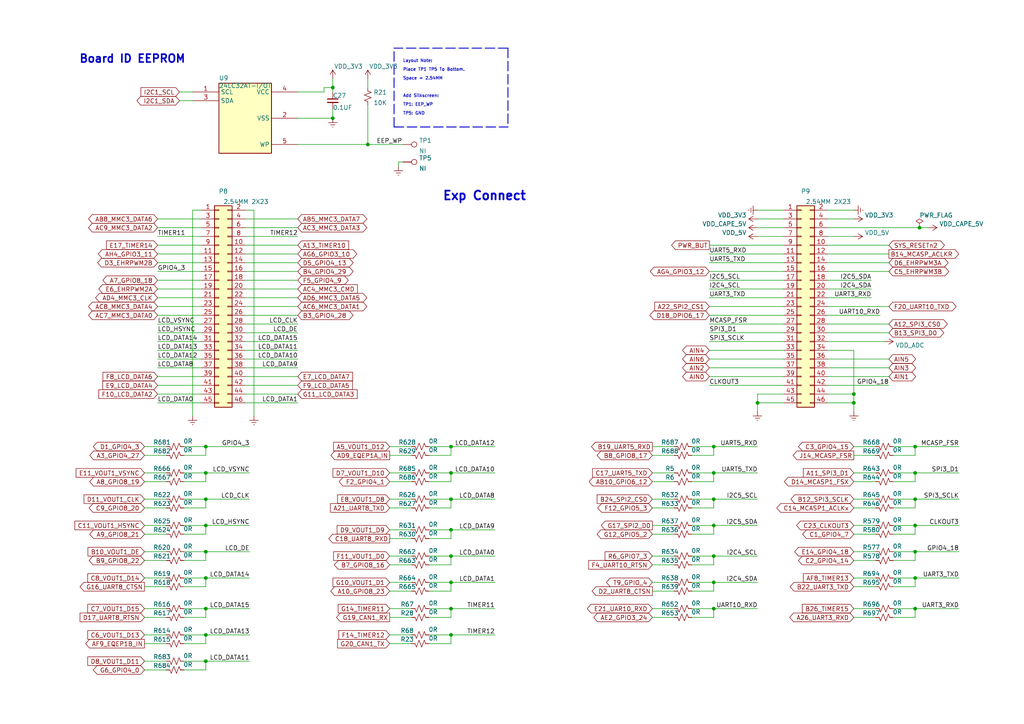
<source format=kicad_sch>
(kicad_sch (version 20210126) (generator eeschema)
  (paper "A4")
  (title_block (title "BeagleBone AI AM57x") (date "2021-01-15") (rev "Kicad-A1") (company "KiCad Services Corporation"))
  (junction (at 59.69 129.54) (diameter 0.9144))
  (junction (at 59.69 137.16) (diameter 0.9144))
  (junction (at 59.69 144.78) (diameter 0.9144))
  (junction (at 59.69 152.4) (diameter 0.9144))
  (junction (at 59.69 160.02) (diameter 0.9144))
  (junction (at 59.69 167.64) (diameter 0.9144))
  (junction (at 59.69 176.53) (diameter 0.9144))
  (junction (at 59.69 184.15) (diameter 0.9144))
  (junction (at 59.69 191.77) (diameter 0.9144))
  (junction (at 96.52 25.4) (diameter 0.9144))
  (junction (at 96.52 34.29) (diameter 0.9144))
  (junction (at 106.68 41.91) (diameter 0.9144))
  (junction (at 130.81 129.54) (diameter 0.9144))
  (junction (at 130.81 137.16) (diameter 0.9144))
  (junction (at 130.81 144.78) (diameter 0.9144))
  (junction (at 130.81 153.67) (diameter 0.9144))
  (junction (at 130.81 161.29) (diameter 0.9144))
  (junction (at 130.81 168.91) (diameter 0.9144))
  (junction (at 130.81 176.53) (diameter 0.9144))
  (junction (at 130.81 184.15) (diameter 0.9144))
  (junction (at 207.01 129.54) (diameter 0.9144))
  (junction (at 207.01 137.16) (diameter 0.9144))
  (junction (at 207.01 144.78) (diameter 0.9144))
  (junction (at 207.01 152.4) (diameter 0.9144))
  (junction (at 207.01 161.29) (diameter 0.9144))
  (junction (at 207.01 168.91) (diameter 0.9144))
  (junction (at 207.01 176.53) (diameter 0.9144))
  (junction (at 219.71 116.84) (diameter 0.9144))
  (junction (at 247.65 114.3) (diameter 0.9144))
  (junction (at 247.65 116.84) (diameter 0.9144))
  (junction (at 265.43 129.54) (diameter 0.9144))
  (junction (at 265.43 137.16) (diameter 0.9144))
  (junction (at 265.43 144.78) (diameter 0.9144))
  (junction (at 265.43 152.4) (diameter 0.9144))
  (junction (at 265.43 160.02) (diameter 0.9144))
  (junction (at 265.43 167.64) (diameter 0.9144))
  (junction (at 265.43 176.53) (diameter 0.9144))
  (junction (at 266.7 66.04) (diameter 0.9144))
  (wire (pts (xy 41.91 129.54) (xy 48.26 129.54)))
  (wire (pts (xy 41.91 132.08) (xy 48.26 132.08)))
  (wire (pts (xy 41.91 137.16) (xy 48.26 137.16)))
  (wire (pts (xy 41.91 139.7) (xy 48.26 139.7)))
  (wire (pts (xy 41.91 144.78) (xy 48.26 144.78)))
  (wire (pts (xy 41.91 147.32) (xy 48.26 147.32)))
  (wire (pts (xy 41.91 152.4) (xy 48.26 152.4)))
  (wire (pts (xy 41.91 154.94) (xy 48.26 154.94)))
  (wire (pts (xy 41.91 160.02) (xy 48.26 160.02)))
  (wire (pts (xy 41.91 162.56) (xy 48.26 162.56)))
  (wire (pts (xy 41.91 167.64) (xy 48.26 167.64)))
  (wire (pts (xy 41.91 170.18) (xy 48.26 170.18)))
  (wire (pts (xy 41.91 176.53) (xy 48.26 176.53)))
  (wire (pts (xy 41.91 179.07) (xy 48.26 179.07)))
  (wire (pts (xy 41.91 184.15) (xy 48.26 184.15)))
  (wire (pts (xy 41.91 186.69) (xy 48.26 186.69)))
  (wire (pts (xy 41.91 191.77) (xy 48.26 191.77)))
  (wire (pts (xy 41.91 194.31) (xy 48.26 194.31)))
  (wire (pts (xy 45.72 63.5) (xy 58.42 63.5)))
  (wire (pts (xy 45.72 66.04) (xy 58.42 66.04)))
  (wire (pts (xy 45.72 68.58) (xy 58.42 68.58)))
  (wire (pts (xy 45.72 71.12) (xy 58.42 71.12)))
  (wire (pts (xy 45.72 73.66) (xy 58.42 73.66)))
  (wire (pts (xy 45.72 76.2) (xy 58.42 76.2)))
  (wire (pts (xy 45.72 78.74) (xy 58.42 78.74)))
  (wire (pts (xy 45.72 81.28) (xy 58.42 81.28)))
  (wire (pts (xy 45.72 83.82) (xy 58.42 83.82)))
  (wire (pts (xy 45.72 86.36) (xy 58.42 86.36)))
  (wire (pts (xy 45.72 88.9) (xy 58.42 88.9)))
  (wire (pts (xy 45.72 91.44) (xy 58.42 91.44)))
  (wire (pts (xy 45.72 93.98) (xy 58.42 93.98)))
  (wire (pts (xy 45.72 96.52) (xy 58.42 96.52)))
  (wire (pts (xy 45.72 99.06) (xy 58.42 99.06)))
  (wire (pts (xy 45.72 101.6) (xy 58.42 101.6)))
  (wire (pts (xy 45.72 104.14) (xy 58.42 104.14)))
  (wire (pts (xy 45.72 106.68) (xy 58.42 106.68)))
  (wire (pts (xy 45.72 109.22) (xy 58.42 109.22)))
  (wire (pts (xy 45.72 111.76) (xy 58.42 111.76)))
  (wire (pts (xy 45.72 114.3) (xy 58.42 114.3)))
  (wire (pts (xy 45.72 116.84) (xy 58.42 116.84)))
  (wire (pts (xy 52.07 26.67) (xy 55.88 26.67)))
  (wire (pts (xy 52.07 29.21) (xy 55.88 29.21)))
  (wire (pts (xy 53.34 129.54) (xy 59.69 129.54)))
  (wire (pts (xy 53.34 132.08) (xy 59.69 132.08)))
  (wire (pts (xy 53.34 137.16) (xy 59.69 137.16)))
  (wire (pts (xy 53.34 139.7) (xy 59.69 139.7)))
  (wire (pts (xy 53.34 144.78) (xy 59.69 144.78)))
  (wire (pts (xy 53.34 147.32) (xy 59.69 147.32)))
  (wire (pts (xy 53.34 152.4) (xy 59.69 152.4)))
  (wire (pts (xy 53.34 154.94) (xy 59.69 154.94)))
  (wire (pts (xy 53.34 160.02) (xy 59.69 160.02)))
  (wire (pts (xy 53.34 162.56) (xy 59.69 162.56)))
  (wire (pts (xy 53.34 167.64) (xy 59.69 167.64)))
  (wire (pts (xy 53.34 170.18) (xy 59.69 170.18)))
  (wire (pts (xy 53.34 176.53) (xy 59.69 176.53)))
  (wire (pts (xy 53.34 179.07) (xy 59.69 179.07)))
  (wire (pts (xy 53.34 184.15) (xy 59.69 184.15)))
  (wire (pts (xy 53.34 186.69) (xy 59.69 186.69)))
  (wire (pts (xy 53.34 191.77) (xy 59.69 191.77)))
  (wire (pts (xy 53.34 194.31) (xy 59.69 194.31)))
  (wire (pts (xy 55.88 60.96) (xy 55.88 120.65)))
  (wire (pts (xy 58.42 60.96) (xy 55.88 60.96)))
  (wire (pts (xy 59.69 129.54) (xy 59.69 132.08)))
  (wire (pts (xy 59.69 129.54) (xy 72.39 129.54)))
  (wire (pts (xy 59.69 137.16) (xy 59.69 139.7)))
  (wire (pts (xy 59.69 137.16) (xy 72.39 137.16)))
  (wire (pts (xy 59.69 144.78) (xy 59.69 147.32)))
  (wire (pts (xy 59.69 144.78) (xy 72.39 144.78)))
  (wire (pts (xy 59.69 152.4) (xy 59.69 154.94)))
  (wire (pts (xy 59.69 152.4) (xy 72.39 152.4)))
  (wire (pts (xy 59.69 160.02) (xy 59.69 162.56)))
  (wire (pts (xy 59.69 160.02) (xy 72.39 160.02)))
  (wire (pts (xy 59.69 167.64) (xy 59.69 170.18)))
  (wire (pts (xy 59.69 167.64) (xy 72.39 167.64)))
  (wire (pts (xy 59.69 176.53) (xy 59.69 179.07)))
  (wire (pts (xy 59.69 176.53) (xy 72.39 176.53)))
  (wire (pts (xy 59.69 184.15) (xy 59.69 186.69)))
  (wire (pts (xy 59.69 184.15) (xy 72.39 184.15)))
  (wire (pts (xy 59.69 191.77) (xy 59.69 194.31)))
  (wire (pts (xy 59.69 191.77) (xy 72.39 191.77)))
  (wire (pts (xy 71.12 60.96) (xy 73.66 60.96)))
  (wire (pts (xy 71.12 63.5) (xy 86.36 63.5)))
  (wire (pts (xy 71.12 66.04) (xy 86.36 66.04)))
  (wire (pts (xy 71.12 68.58) (xy 86.36 68.58)))
  (wire (pts (xy 71.12 71.12) (xy 86.36 71.12)))
  (wire (pts (xy 71.12 73.66) (xy 86.36 73.66)))
  (wire (pts (xy 71.12 76.2) (xy 86.36 76.2)))
  (wire (pts (xy 71.12 78.74) (xy 86.36 78.74)))
  (wire (pts (xy 71.12 81.28) (xy 86.36 81.28)))
  (wire (pts (xy 71.12 83.82) (xy 86.36 83.82)))
  (wire (pts (xy 71.12 86.36) (xy 86.36 86.36)))
  (wire (pts (xy 71.12 88.9) (xy 86.36 88.9)))
  (wire (pts (xy 71.12 91.44) (xy 86.36 91.44)))
  (wire (pts (xy 71.12 93.98) (xy 86.36 93.98)))
  (wire (pts (xy 71.12 96.52) (xy 86.36 96.52)))
  (wire (pts (xy 71.12 99.06) (xy 86.36 99.06)))
  (wire (pts (xy 71.12 101.6) (xy 86.36 101.6)))
  (wire (pts (xy 71.12 104.14) (xy 86.36 104.14)))
  (wire (pts (xy 71.12 106.68) (xy 86.36 106.68)))
  (wire (pts (xy 71.12 109.22) (xy 86.36 109.22)))
  (wire (pts (xy 71.12 111.76) (xy 86.36 111.76)))
  (wire (pts (xy 71.12 114.3) (xy 86.36 114.3)))
  (wire (pts (xy 71.12 116.84) (xy 86.36 116.84)))
  (wire (pts (xy 73.66 60.96) (xy 73.66 120.65)))
  (wire (pts (xy 86.36 26.67) (xy 93.98 26.67)))
  (wire (pts (xy 86.36 34.29) (xy 96.52 34.29)))
  (wire (pts (xy 86.36 41.91) (xy 106.68 41.91)))
  (wire (pts (xy 93.98 25.4) (xy 93.98 26.67)))
  (wire (pts (xy 96.52 22.86) (xy 96.52 25.4)))
  (wire (pts (xy 96.52 25.4) (xy 93.98 25.4)))
  (wire (pts (xy 96.52 25.4) (xy 96.52 26.67)))
  (wire (pts (xy 96.52 34.29) (xy 96.52 31.75)))
  (wire (pts (xy 106.68 22.86) (xy 106.68 25.4)))
  (wire (pts (xy 106.68 41.91) (xy 106.68 30.48)))
  (wire (pts (xy 106.68 41.91) (xy 116.84 41.91)))
  (wire (pts (xy 113.03 129.54) (xy 119.38 129.54)))
  (wire (pts (xy 113.03 132.08) (xy 119.38 132.08)))
  (wire (pts (xy 113.03 137.16) (xy 119.38 137.16)))
  (wire (pts (xy 113.03 139.7) (xy 119.38 139.7)))
  (wire (pts (xy 113.03 144.78) (xy 119.38 144.78)))
  (wire (pts (xy 113.03 147.32) (xy 119.38 147.32)))
  (wire (pts (xy 113.03 153.67) (xy 119.38 153.67)))
  (wire (pts (xy 113.03 156.21) (xy 119.38 156.21)))
  (wire (pts (xy 113.03 161.29) (xy 119.38 161.29)))
  (wire (pts (xy 113.03 163.83) (xy 119.38 163.83)))
  (wire (pts (xy 113.03 168.91) (xy 119.38 168.91)))
  (wire (pts (xy 113.03 171.45) (xy 119.38 171.45)))
  (wire (pts (xy 113.03 176.53) (xy 119.38 176.53)))
  (wire (pts (xy 113.03 179.07) (xy 119.38 179.07)))
  (wire (pts (xy 113.03 184.15) (xy 119.38 184.15)))
  (wire (pts (xy 113.03 186.69) (xy 119.38 186.69)))
  (wire (pts (xy 115.57 46.99) (xy 115.57 48.26)))
  (wire (pts (xy 116.84 46.99) (xy 115.57 46.99)))
  (wire (pts (xy 124.46 129.54) (xy 130.81 129.54)))
  (wire (pts (xy 124.46 132.08) (xy 130.81 132.08)))
  (wire (pts (xy 124.46 137.16) (xy 130.81 137.16)))
  (wire (pts (xy 124.46 139.7) (xy 130.81 139.7)))
  (wire (pts (xy 124.46 144.78) (xy 130.81 144.78)))
  (wire (pts (xy 124.46 147.32) (xy 130.81 147.32)))
  (wire (pts (xy 124.46 153.67) (xy 130.81 153.67)))
  (wire (pts (xy 124.46 156.21) (xy 130.81 156.21)))
  (wire (pts (xy 124.46 161.29) (xy 130.81 161.29)))
  (wire (pts (xy 124.46 163.83) (xy 130.81 163.83)))
  (wire (pts (xy 124.46 168.91) (xy 130.81 168.91)))
  (wire (pts (xy 124.46 171.45) (xy 130.81 171.45)))
  (wire (pts (xy 124.46 176.53) (xy 130.81 176.53)))
  (wire (pts (xy 124.46 179.07) (xy 130.81 179.07)))
  (wire (pts (xy 124.46 184.15) (xy 130.81 184.15)))
  (wire (pts (xy 124.46 186.69) (xy 130.81 186.69)))
  (wire (pts (xy 130.81 129.54) (xy 130.81 132.08)))
  (wire (pts (xy 130.81 129.54) (xy 143.51 129.54)))
  (wire (pts (xy 130.81 137.16) (xy 130.81 139.7)))
  (wire (pts (xy 130.81 137.16) (xy 143.51 137.16)))
  (wire (pts (xy 130.81 144.78) (xy 130.81 147.32)))
  (wire (pts (xy 130.81 144.78) (xy 143.51 144.78)))
  (wire (pts (xy 130.81 153.67) (xy 130.81 156.21)))
  (wire (pts (xy 130.81 153.67) (xy 143.51 153.67)))
  (wire (pts (xy 130.81 161.29) (xy 130.81 163.83)))
  (wire (pts (xy 130.81 161.29) (xy 143.51 161.29)))
  (wire (pts (xy 130.81 168.91) (xy 130.81 171.45)))
  (wire (pts (xy 130.81 168.91) (xy 143.51 168.91)))
  (wire (pts (xy 130.81 176.53) (xy 130.81 179.07)))
  (wire (pts (xy 130.81 176.53) (xy 143.51 176.53)))
  (wire (pts (xy 130.81 184.15) (xy 130.81 186.69)))
  (wire (pts (xy 130.81 184.15) (xy 143.51 184.15)))
  (wire (pts (xy 189.23 129.54) (xy 195.58 129.54)))
  (wire (pts (xy 189.23 132.08) (xy 195.58 132.08)))
  (wire (pts (xy 189.23 137.16) (xy 195.58 137.16)))
  (wire (pts (xy 189.23 139.7) (xy 195.58 139.7)))
  (wire (pts (xy 189.23 144.78) (xy 195.58 144.78)))
  (wire (pts (xy 189.23 147.32) (xy 195.58 147.32)))
  (wire (pts (xy 189.23 152.4) (xy 195.58 152.4)))
  (wire (pts (xy 189.23 154.94) (xy 195.58 154.94)))
  (wire (pts (xy 189.23 161.29) (xy 195.58 161.29)))
  (wire (pts (xy 189.23 163.83) (xy 195.58 163.83)))
  (wire (pts (xy 189.23 168.91) (xy 195.58 168.91)))
  (wire (pts (xy 189.23 171.45) (xy 195.58 171.45)))
  (wire (pts (xy 189.23 176.53) (xy 195.58 176.53)))
  (wire (pts (xy 189.23 179.07) (xy 195.58 179.07)))
  (wire (pts (xy 200.66 129.54) (xy 207.01 129.54)))
  (wire (pts (xy 200.66 132.08) (xy 207.01 132.08)))
  (wire (pts (xy 200.66 137.16) (xy 207.01 137.16)))
  (wire (pts (xy 200.66 139.7) (xy 207.01 139.7)))
  (wire (pts (xy 200.66 144.78) (xy 207.01 144.78)))
  (wire (pts (xy 200.66 147.32) (xy 207.01 147.32)))
  (wire (pts (xy 200.66 152.4) (xy 207.01 152.4)))
  (wire (pts (xy 200.66 154.94) (xy 207.01 154.94)))
  (wire (pts (xy 200.66 161.29) (xy 207.01 161.29)))
  (wire (pts (xy 200.66 163.83) (xy 207.01 163.83)))
  (wire (pts (xy 200.66 168.91) (xy 207.01 168.91)))
  (wire (pts (xy 200.66 171.45) (xy 207.01 171.45)))
  (wire (pts (xy 200.66 176.53) (xy 207.01 176.53)))
  (wire (pts (xy 200.66 179.07) (xy 207.01 179.07)))
  (wire (pts (xy 205.74 71.12) (xy 227.33 71.12)))
  (wire (pts (xy 205.74 73.66) (xy 227.33 73.66)))
  (wire (pts (xy 205.74 76.2) (xy 227.33 76.2)))
  (wire (pts (xy 205.74 78.74) (xy 227.33 78.74)))
  (wire (pts (xy 205.74 81.28) (xy 227.33 81.28)))
  (wire (pts (xy 205.74 83.82) (xy 227.33 83.82)))
  (wire (pts (xy 205.74 86.36) (xy 227.33 86.36)))
  (wire (pts (xy 205.74 88.9) (xy 227.33 88.9)))
  (wire (pts (xy 205.74 91.44) (xy 227.33 91.44)))
  (wire (pts (xy 205.74 93.98) (xy 227.33 93.98)))
  (wire (pts (xy 205.74 96.52) (xy 227.33 96.52)))
  (wire (pts (xy 205.74 99.06) (xy 227.33 99.06)))
  (wire (pts (xy 205.74 101.6) (xy 227.33 101.6)))
  (wire (pts (xy 205.74 104.14) (xy 227.33 104.14)))
  (wire (pts (xy 205.74 106.68) (xy 227.33 106.68)))
  (wire (pts (xy 205.74 109.22) (xy 227.33 109.22)))
  (wire (pts (xy 205.74 111.76) (xy 227.33 111.76)))
  (wire (pts (xy 207.01 129.54) (xy 207.01 132.08)))
  (wire (pts (xy 207.01 129.54) (xy 219.71 129.54)))
  (wire (pts (xy 207.01 137.16) (xy 207.01 139.7)))
  (wire (pts (xy 207.01 137.16) (xy 219.71 137.16)))
  (wire (pts (xy 207.01 144.78) (xy 207.01 147.32)))
  (wire (pts (xy 207.01 144.78) (xy 219.71 144.78)))
  (wire (pts (xy 207.01 152.4) (xy 207.01 154.94)))
  (wire (pts (xy 207.01 152.4) (xy 219.71 152.4)))
  (wire (pts (xy 207.01 161.29) (xy 207.01 163.83)))
  (wire (pts (xy 207.01 161.29) (xy 219.71 161.29)))
  (wire (pts (xy 207.01 168.91) (xy 207.01 171.45)))
  (wire (pts (xy 207.01 168.91) (xy 219.71 168.91)))
  (wire (pts (xy 207.01 176.53) (xy 207.01 179.07)))
  (wire (pts (xy 207.01 176.53) (xy 219.71 176.53)))
  (wire (pts (xy 219.71 60.96) (xy 227.33 60.96)))
  (wire (pts (xy 219.71 63.5) (xy 227.33 63.5)))
  (wire (pts (xy 219.71 66.04) (xy 227.33 66.04)))
  (wire (pts (xy 219.71 68.58) (xy 227.33 68.58)))
  (wire (pts (xy 219.71 114.3) (xy 219.71 116.84)))
  (wire (pts (xy 219.71 114.3) (xy 227.33 114.3)))
  (wire (pts (xy 219.71 116.84) (xy 219.71 119.38)))
  (wire (pts (xy 219.71 116.84) (xy 227.33 116.84)))
  (wire (pts (xy 240.03 60.96) (xy 247.65 60.96)))
  (wire (pts (xy 240.03 63.5) (xy 247.65 63.5)))
  (wire (pts (xy 240.03 66.04) (xy 266.7 66.04)))
  (wire (pts (xy 240.03 68.58) (xy 247.65 68.58)))
  (wire (pts (xy 240.03 71.12) (xy 257.81 71.12)))
  (wire (pts (xy 240.03 73.66) (xy 257.81 73.66)))
  (wire (pts (xy 240.03 76.2) (xy 257.81 76.2)))
  (wire (pts (xy 240.03 78.74) (xy 257.81 78.74)))
  (wire (pts (xy 240.03 81.28) (xy 252.73 81.28)))
  (wire (pts (xy 240.03 83.82) (xy 252.73 83.82)))
  (wire (pts (xy 240.03 86.36) (xy 252.73 86.36)))
  (wire (pts (xy 240.03 88.9) (xy 257.81 88.9)))
  (wire (pts (xy 240.03 91.44) (xy 255.27 91.44)))
  (wire (pts (xy 240.03 93.98) (xy 257.81 93.98)))
  (wire (pts (xy 240.03 96.52) (xy 257.81 96.52)))
  (wire (pts (xy 240.03 99.06) (xy 256.54 99.06)))
  (wire (pts (xy 240.03 101.6) (xy 247.65 101.6)))
  (wire (pts (xy 240.03 104.14) (xy 257.81 104.14)))
  (wire (pts (xy 240.03 106.68) (xy 257.81 106.68)))
  (wire (pts (xy 240.03 109.22) (xy 257.81 109.22)))
  (wire (pts (xy 240.03 111.76) (xy 257.81 111.76)))
  (wire (pts (xy 240.03 114.3) (xy 247.65 114.3)))
  (wire (pts (xy 240.03 116.84) (xy 247.65 116.84)))
  (wire (pts (xy 247.65 101.6) (xy 247.65 114.3)))
  (wire (pts (xy 247.65 114.3) (xy 247.65 116.84)))
  (wire (pts (xy 247.65 116.84) (xy 247.65 119.38)))
  (wire (pts (xy 247.65 129.54) (xy 254 129.54)))
  (wire (pts (xy 247.65 132.08) (xy 254 132.08)))
  (wire (pts (xy 247.65 137.16) (xy 254 137.16)))
  (wire (pts (xy 247.65 139.7) (xy 254 139.7)))
  (wire (pts (xy 247.65 144.78) (xy 254 144.78)))
  (wire (pts (xy 247.65 147.32) (xy 254 147.32)))
  (wire (pts (xy 247.65 152.4) (xy 254 152.4)))
  (wire (pts (xy 247.65 154.94) (xy 254 154.94)))
  (wire (pts (xy 247.65 160.02) (xy 254 160.02)))
  (wire (pts (xy 247.65 162.56) (xy 254 162.56)))
  (wire (pts (xy 247.65 167.64) (xy 254 167.64)))
  (wire (pts (xy 247.65 170.18) (xy 254 170.18)))
  (wire (pts (xy 247.65 176.53) (xy 254 176.53)))
  (wire (pts (xy 247.65 179.07) (xy 254 179.07)))
  (wire (pts (xy 259.08 129.54) (xy 265.43 129.54)))
  (wire (pts (xy 259.08 132.08) (xy 265.43 132.08)))
  (wire (pts (xy 259.08 137.16) (xy 265.43 137.16)))
  (wire (pts (xy 259.08 139.7) (xy 265.43 139.7)))
  (wire (pts (xy 259.08 144.78) (xy 265.43 144.78)))
  (wire (pts (xy 259.08 147.32) (xy 265.43 147.32)))
  (wire (pts (xy 259.08 152.4) (xy 265.43 152.4)))
  (wire (pts (xy 259.08 154.94) (xy 265.43 154.94)))
  (wire (pts (xy 259.08 160.02) (xy 265.43 160.02)))
  (wire (pts (xy 259.08 162.56) (xy 265.43 162.56)))
  (wire (pts (xy 259.08 167.64) (xy 265.43 167.64)))
  (wire (pts (xy 259.08 170.18) (xy 265.43 170.18)))
  (wire (pts (xy 259.08 176.53) (xy 265.43 176.53)))
  (wire (pts (xy 259.08 179.07) (xy 265.43 179.07)))
  (wire (pts (xy 265.43 129.54) (xy 265.43 132.08)))
  (wire (pts (xy 265.43 129.54) (xy 278.13 129.54)))
  (wire (pts (xy 265.43 137.16) (xy 265.43 139.7)))
  (wire (pts (xy 265.43 137.16) (xy 278.13 137.16)))
  (wire (pts (xy 265.43 144.78) (xy 265.43 147.32)))
  (wire (pts (xy 265.43 144.78) (xy 278.13 144.78)))
  (wire (pts (xy 265.43 152.4) (xy 265.43 154.94)))
  (wire (pts (xy 265.43 152.4) (xy 278.13 152.4)))
  (wire (pts (xy 265.43 160.02) (xy 265.43 162.56)))
  (wire (pts (xy 265.43 160.02) (xy 278.13 160.02)))
  (wire (pts (xy 265.43 167.64) (xy 265.43 170.18)))
  (wire (pts (xy 265.43 167.64) (xy 278.13 167.64)))
  (wire (pts (xy 265.43 176.53) (xy 265.43 179.07)))
  (wire (pts (xy 265.43 176.53) (xy 278.13 176.53)))
  (wire (pts (xy 266.7 66.04) (xy 269.24 66.04)))
  (polyline (pts (xy 114.3 36.83) (xy 114.3 13.97)) (stroke (width 0.254) (type dash)))
  (polyline (pts (xy 114.3 36.83) (xy 147.32 36.83)) (stroke (width 0.254) (type dash)))
  (polyline (pts (xy 147.32 13.97) (xy 114.3 13.97)) (stroke (width 0.254) (type dash)))
  (polyline (pts (xy 147.32 13.97) (xy 147.32 36.83)) (stroke (width 0.254) (type dash)))
  (text "Board ID EEPROM" (at 22.86 18.542 180) (effects (font (size 2.286 2.286) bold) (justify left bottom)))
  (text "Layout Note:" (at 116.84 18.288 180) (effects (font (size 0.889 0.889)) (justify left bottom)))
  (text "Place TP1 TP5 To Bottom." (at 116.84 20.828 180) (effects (font (size 0.889 0.889)) (justify left bottom)))
  (text "Space = 2.54MM" (at 116.84 23.368 180) (effects (font (size 0.889 0.889)) (justify left bottom)))
  (text "Add Silkscreen:" (at 116.84 28.448 180) (effects (font (size 0.889 0.889)) (justify left bottom)))
  (text "TP1: EEP_WP" (at 116.84 30.988 180) (effects (font (size 0.889 0.889)) (justify left bottom)))
  (text "TP5: GND" (at 116.84 33.528 180) (effects (font (size 0.889 0.889)) (justify left bottom)))
  (text "Exp Connect" (at 128.27 58.42 0) (effects (font (size 2.54 2.54) (thickness 0.508) bold) (justify left bottom)))
  (label "TIMER11" (at 45.72 68.58 0))
  (label "GPIO4_3" (at 45.72 78.74 0))
  (label "LCD_VSYNC" (at 45.72 93.98 0))
  (label "LCD_HSYNC" (at 45.72 96.52 0))
  (label "LCD_DATA14" (at 45.72 99.06 0))
  (label "LCD_DATA13" (at 45.72 101.6 0))
  (label "LCD_DATA12" (at 45.72 104.14 0))
  (label "LCD_DATA8" (at 45.72 106.68 0))
  (label "LCD_DATA0" (at 45.72 116.84 0))
  (label "GPIO4_3" (at 72.39 129.54 180))
  (label "LCD_VSYNC" (at 72.39 137.16 180))
  (label "LCD_CLK" (at 72.39 144.78 180))
  (label "LCD_HSYNC" (at 72.39 152.4 180))
  (label "LCD_DE" (at 72.39 160.02 180))
  (label "LCD_DATA14" (at 72.39 167.64 180))
  (label "LCD_DATA15" (at 72.39 176.53 180))
  (label "LCD_DATA13" (at 72.39 184.15 180))
  (label "LCD_DATA11" (at 72.39 191.77 180))
  (label "TIMER12" (at 86.36 68.58 180))
  (label "LCD_CLK" (at 86.36 93.98 180))
  (label "LCD_DE" (at 86.36 96.52 180))
  (label "LCD_DATA15" (at 86.36 99.06 180))
  (label "LCD_DATA11" (at 86.36 101.6 180))
  (label "LCD_DATA10" (at 86.36 104.14 180))
  (label "LCD_DATA9" (at 86.36 106.68 180))
  (label "LCD_DATA1" (at 86.36 116.84 180))
  (label "EEP_WP" (at 109.22 41.91 0))
  (label "LCD_DATA12" (at 143.51 129.54 180))
  (label "LCD_DATA10" (at 143.51 137.16 180))
  (label "LCD_DATA8" (at 143.51 144.78 180))
  (label "LCD_DATA9" (at 143.51 153.67 180))
  (label "LCD_DATA0" (at 143.51 161.29 180))
  (label "LCD_DATA1" (at 143.51 168.91 180))
  (label "TIMER11" (at 143.51 176.53 180))
  (label "TIMER12" (at 143.51 184.15 180))
  (label "UART5_RXD" (at 205.74 73.66 0))
  (label "UART5_TXD" (at 205.74 76.2 0))
  (label "I2C5_SCL" (at 205.74 81.28 0))
  (label "I2C4_SCL" (at 205.74 83.82 0))
  (label "UART3_TXD" (at 205.74 86.36 0))
  (label "MCASP_FSR" (at 205.74 93.98 0))
  (label "SPI3_D1" (at 205.74 96.52 0))
  (label "SPI3_SCLK" (at 205.74 99.06 0))
  (label "CLKOUT3" (at 205.74 111.76 0))
  (label "UART5_RXD" (at 219.71 129.54 180))
  (label "UART5_TXD" (at 219.71 137.16 180))
  (label "I2C5_SCL" (at 219.71 144.78 180))
  (label "I2C5_SDA" (at 219.71 152.4 180))
  (label "I2C4_SCL" (at 219.71 161.29 180))
  (label "I2C4_SDA" (at 219.71 168.91 180))
  (label "UART10_RXD" (at 219.71 176.53 180))
  (label "I2C5_SDA" (at 252.73 81.28 180))
  (label "I2C4_SDA" (at 252.73 83.82 180))
  (label "UART3_RXD" (at 252.73 86.36 180))
  (label "UART10_RXD" (at 255.27 91.44 180))
  (label "GPIO4_18" (at 257.81 111.76 180))
  (label "MCASP_FSR" (at 278.13 129.54 180))
  (label "SPI3_D1" (at 278.13 137.16 180))
  (label "SPI3_SCLK" (at 278.13 144.78 180))
  (label "CLKOUT3" (at 278.13 152.4 180))
  (label "GPIO4_18" (at 278.13 160.02 180))
  (label "UART3_TXD" (at 278.13 167.64 180))
  (label "UART3_RXD" (at 278.13 176.53 180))
  (global_label "D1_GPIO4_3" (shape bidirectional) (at 41.91 129.54 180) (property "Intersheet References" "${INTERSHEET_REFS}" (at 26.6639 129.4606 0) (effects (justify right))))
  (global_label "A3_GPIO4_27" (shape bidirectional) (at 41.91 132.08 180) (property "Intersheet References" "${INTERSHEET_REFS}" (at 25.6358 132.0006 0) (effects (justify right))))
  (global_label "E11_VOUT1_VSYNC" (shape input) (at 41.91 137.16 180) (property "Intersheet References" "${INTERSHEET_REFS}" (at 20.5558 137.0806 0) (effects (justify right))))
  (global_label "A8_GPIO8_19" (shape bidirectional) (at 41.91 139.7 180) (property "Intersheet References" "${INTERSHEET_REFS}" (at 25.6358 139.6206 0) (effects (justify right))))
  (global_label "D11_VOUT1_CLK" (shape input) (at 41.91 144.78 180) (property "Intersheet References" "${INTERSHEET_REFS}" (at 22.8539 144.7006 0) (effects (justify right))))
  (global_label "C9_GPIO8_20" (shape bidirectional) (at 41.91 147.32 180) (property "Intersheet References" "${INTERSHEET_REFS}" (at 25.4543 147.2406 0) (effects (justify right))))
  (global_label "C11_VOUT1_HSYNC" (shape input) (at 41.91 152.4 180) (property "Intersheet References" "${INTERSHEET_REFS}" (at 20.1929 152.3206 0) (effects (justify right))))
  (global_label "A9_GPIO8_21" (shape bidirectional) (at 41.91 154.94 180) (property "Intersheet References" "${INTERSHEET_REFS}" (at 25.6358 154.8606 0) (effects (justify right))))
  (global_label "B10_VOUT1_DE" (shape input) (at 41.91 160.02 180) (property "Intersheet References" "${INTERSHEET_REFS}" (at 24.0029 159.9406 0) (effects (justify right))))
  (global_label "B9_GPIO8_22" (shape bidirectional) (at 41.91 162.56 180) (property "Intersheet References" "${INTERSHEET_REFS}" (at 25.4543 162.4806 0) (effects (justify right))))
  (global_label "C8_VOUT1_D14" (shape input) (at 41.91 167.64 180) (property "Intersheet References" "${INTERSHEET_REFS}" (at 23.9424 167.5606 0) (effects (justify right))))
  (global_label "G16_UART8_CTSN" (shape output) (at 41.91 170.18 180) (property "Intersheet References" "${INTERSHEET_REFS}" (at 21.7048 170.1006 0) (effects (justify right))))
  (global_label "C7_VOUT1_D15" (shape input) (at 41.91 176.53 180) (property "Intersheet References" "${INTERSHEET_REFS}" (at 23.9424 176.4506 0) (effects (justify right))))
  (global_label "D17_UART8_RTSN" (shape input) (at 41.91 179.07 180) (property "Intersheet References" "${INTERSHEET_REFS}" (at 21.7048 178.9906 0) (effects (justify right))))
  (global_label "C6_VOUT1_D13" (shape input) (at 41.91 184.15 180) (property "Intersheet References" "${INTERSHEET_REFS}" (at 23.9424 184.0706 0) (effects (justify right))))
  (global_label "AF9_EQEP1B_IN" (shape output) (at 41.91 186.69 180) (property "Intersheet References" "${INTERSHEET_REFS}" (at 23.3377 186.6106 0) (effects (justify right))))
  (global_label "D8_VOUT1_D11" (shape input) (at 41.91 191.77 180) (property "Intersheet References" "${INTERSHEET_REFS}" (at 23.9424 191.6906 0) (effects (justify right))))
  (global_label "G6_GPIO4_0" (shape bidirectional) (at 41.91 194.31 180) (property "Intersheet References" "${INTERSHEET_REFS}" (at 26.6639 194.2306 0) (effects (justify right))))
  (global_label "AB8_MMC3_DATA6" (shape bidirectional) (at 45.72 63.5 180) (property "Intersheet References" "${INTERSHEET_REFS}" (at 25.2729 63.4206 0) (effects (justify right))))
  (global_label "AC9_MMC3_DATA2" (shape bidirectional) (at 45.72 66.04 180) (property "Intersheet References" "${INTERSHEET_REFS}" (at 25.2729 65.9606 0) (effects (justify right))))
  (global_label "E17_TIMER14" (shape input) (at 45.72 71.12 180) (property "Intersheet References" "${INTERSHEET_REFS}" (at 29.3853 71.0406 0) (effects (justify right))))
  (global_label "AH4_GPIO3_11" (shape bidirectional) (at 45.72 73.66 180) (property "Intersheet References" "${INTERSHEET_REFS}" (at 28.1153 73.5806 0) (effects (justify right))))
  (global_label "D3_EHRPWM2B" (shape bidirectional) (at 45.72 76.2 180) (property "Intersheet References" "${INTERSHEET_REFS}" (at 27.9339 76.1206 0) (effects (justify right))))
  (global_label "A7_GPIO8_18" (shape bidirectional) (at 45.72 81.28 180) (property "Intersheet References" "${INTERSHEET_REFS}" (at 29.4458 81.2006 0) (effects (justify right))))
  (global_label "E6_EHRPWM2A" (shape bidirectional) (at 45.72 83.82 180) (property "Intersheet References" "${INTERSHEET_REFS}" (at 28.2362 83.7406 0) (effects (justify right))))
  (global_label "AD4_MMC3_CLK" (shape bidirectional) (at 45.72 86.36 180) (property "Intersheet References" "${INTERSHEET_REFS}" (at 27.3291 86.2806 0) (effects (justify right))))
  (global_label "AC8_MMC3_DATA4" (shape bidirectional) (at 45.72 88.9 180) (property "Intersheet References" "${INTERSHEET_REFS}" (at 25.2729 88.8206 0) (effects (justify right))))
  (global_label "AC7_MMC3_DATA0" (shape bidirectional) (at 45.72 91.44 180) (property "Intersheet References" "${INTERSHEET_REFS}" (at 25.2729 91.3606 0) (effects (justify right))))
  (global_label "F8_LCD_DATA6" (shape input) (at 45.72 109.22 180) (property "Intersheet References" "${INTERSHEET_REFS}" (at 28.3572 109.1406 0) (effects (justify right))))
  (global_label "E9_LCD_DATA4" (shape input) (at 45.72 111.76 180) (property "Intersheet References" "${INTERSHEET_REFS}" (at 28.2967 111.6806 0) (effects (justify right))))
  (global_label "F10_LCD_DATA2" (shape input) (at 45.72 114.3 180) (property "Intersheet References" "${INTERSHEET_REFS}" (at 27.1477 114.2206 0) (effects (justify right))))
  (global_label "I2C1_SCL" (shape input) (at 52.07 26.67 180) (property "Intersheet References" "${INTERSHEET_REFS}" (at 39.3639 26.5906 0) (effects (justify right))))
  (global_label "I2C1_SDA" (shape bidirectional) (at 52.07 29.21 180) (property "Intersheet References" "${INTERSHEET_REFS}" (at 39.3034 29.1306 0) (effects (justify right))))
  (global_label "AB5_MMC3_DATA7" (shape bidirectional) (at 86.36 63.5 0) (property "Intersheet References" "${INTERSHEET_REFS}" (at 106.8071 63.4206 0) (effects (justify left))))
  (global_label "AC3_MMC3_DATA3" (shape bidirectional) (at 86.36 66.04 0) (property "Intersheet References" "${INTERSHEET_REFS}" (at 106.8071 65.9606 0) (effects (justify left))))
  (global_label "A13_TIMER10" (shape input) (at 86.36 71.12 0) (property "Intersheet References" "${INTERSHEET_REFS}" (at 102.6342 71.0406 0) (effects (justify left))))
  (global_label "AG6_GPIO3_10" (shape bidirectional) (at 86.36 73.66 0) (property "Intersheet References" "${INTERSHEET_REFS}" (at 103.9042 73.5806 0) (effects (justify left))))
  (global_label "D5_GPIO4_13" (shape bidirectional) (at 86.36 76.2 0) (property "Intersheet References" "${INTERSHEET_REFS}" (at 102.8157 76.1206 0) (effects (justify left))))
  (global_label "B4_GPIO4_29" (shape bidirectional) (at 86.36 78.74 0) (property "Intersheet References" "${INTERSHEET_REFS}" (at 102.8157 78.6606 0) (effects (justify left))))
  (global_label "F5_GPIO4_9" (shape bidirectional) (at 86.36 81.28 0) (property "Intersheet References" "${INTERSHEET_REFS}" (at 101.4247 81.2006 0) (effects (justify left))))
  (global_label "AC4_MMC3_CMD" (shape input) (at 86.36 83.82 0) (property "Intersheet References" "${INTERSHEET_REFS}" (at 105.1742 83.7406 0) (effects (justify left))))
  (global_label "AD6_MMC3_DATA5" (shape bidirectional) (at 86.36 86.36 0) (property "Intersheet References" "${INTERSHEET_REFS}" (at 106.8071 86.2806 0) (effects (justify left))))
  (global_label "AC6_MMC3_DATA1" (shape bidirectional) (at 86.36 88.9 0) (property "Intersheet References" "${INTERSHEET_REFS}" (at 106.8071 88.8206 0) (effects (justify left))))
  (global_label "B3_GPIO4_28" (shape bidirectional) (at 86.36 91.44 0) (property "Intersheet References" "${INTERSHEET_REFS}" (at 102.8157 91.3606 0) (effects (justify left))))
  (global_label "E7_LCD_DATA7" (shape input) (at 86.36 109.22 0) (property "Intersheet References" "${INTERSHEET_REFS}" (at 103.7833 109.1406 0) (effects (justify left))))
  (global_label "F9_LCD_DATA5" (shape input) (at 86.36 111.76 0) (property "Intersheet References" "${INTERSHEET_REFS}" (at 103.7228 111.6806 0) (effects (justify left))))
  (global_label "G11_LCD_DATA3" (shape input) (at 86.36 114.3 0) (property "Intersheet References" "${INTERSHEET_REFS}" (at 105.1138 114.2206 0) (effects (justify left))))
  (global_label "A5_VOUT1_D12" (shape input) (at 113.03 129.54 180) (property "Intersheet References" "${INTERSHEET_REFS}" (at 95.2439 129.4606 0) (effects (justify right))))
  (global_label "AD9_EQEP1A_IN" (shape output) (at 113.03 132.08 180) (property "Intersheet References" "${INTERSHEET_REFS}" (at 94.4577 132.0006 0) (effects (justify right))))
  (global_label "D7_VOUT1_D10" (shape input) (at 113.03 137.16 180) (property "Intersheet References" "${INTERSHEET_REFS}" (at 95.0624 137.0806 0) (effects (justify right))))
  (global_label "F2_GPIO4_1" (shape bidirectional) (at 113.03 139.7 180) (property "Intersheet References" "${INTERSHEET_REFS}" (at 97.9653 139.6206 0) (effects (justify right))))
  (global_label "E8_VOUT1_D8" (shape input) (at 113.03 144.78 180) (property "Intersheet References" "${INTERSHEET_REFS}" (at 96.3929 144.7006 0) (effects (justify right))))
  (global_label "A21_UART8_TXD" (shape input) (at 113.03 147.32 180) (property "Intersheet References" "${INTERSHEET_REFS}" (at 94.3367 147.2406 0) (effects (justify right))))
  (global_label "D9_VOUT1_D9" (shape input) (at 113.03 153.67 180) (property "Intersheet References" "${INTERSHEET_REFS}" (at 96.2719 153.5906 0) (effects (justify right))))
  (global_label "C18_UART8_RXD" (shape output) (at 113.03 156.21 180) (property "Intersheet References" "${INTERSHEET_REFS}" (at 93.8529 156.1306 0) (effects (justify right))))
  (global_label "F11_VOUT1_D0" (shape input) (at 113.03 161.29 180) (property "Intersheet References" "${INTERSHEET_REFS}" (at 95.2439 161.2106 0) (effects (justify right))))
  (global_label "B7_GPIO8_16" (shape bidirectional) (at 113.03 163.83 180) (property "Intersheet References" "${INTERSHEET_REFS}" (at 96.5743 163.7506 0) (effects (justify right))))
  (global_label "G10_VOUT1_D1" (shape input) (at 113.03 168.91 180) (property "Intersheet References" "${INTERSHEET_REFS}" (at 95.0624 168.8306 0) (effects (justify right))))
  (global_label "A10_GPIO8_23" (shape bidirectional) (at 113.03 171.45 180) (property "Intersheet References" "${INTERSHEET_REFS}" (at 95.5462 171.3706 0) (effects (justify right))))
  (global_label "G14_TIMER11" (shape input) (at 113.03 176.53 180) (property "Intersheet References" "${INTERSHEET_REFS}" (at 96.5743 176.4506 0) (effects (justify right))))
  (global_label "G19_CAN1_RX" (shape output) (at 113.03 179.07 180) (property "Intersheet References" "${INTERSHEET_REFS}" (at 96.0905 178.9906 0) (effects (justify right))))
  (global_label "F14_TIMER12" (shape input) (at 113.03 184.15 180) (property "Intersheet References" "${INTERSHEET_REFS}" (at 96.7558 184.0706 0) (effects (justify right))))
  (global_label "G20_CAN1_TX" (shape input) (at 113.03 186.69 180) (property "Intersheet References" "${INTERSHEET_REFS}" (at 96.3929 186.6106 0) (effects (justify right))))
  (global_label "B19_UART5_RXD" (shape output) (at 189.23 129.54 180) (property "Intersheet References" "${INTERSHEET_REFS}" (at 170.0529 129.4606 0) (effects (justify right))))
  (global_label "B8_GPIO8_17" (shape bidirectional) (at 189.23 132.08 180) (property "Intersheet References" "${INTERSHEET_REFS}" (at 172.7743 132.0006 0) (effects (justify right))))
  (global_label "C17_UART5_TXD" (shape input) (at 189.23 137.16 180) (property "Intersheet References" "${INTERSHEET_REFS}" (at 170.3553 137.0806 0) (effects (justify right))))
  (global_label "AB10_GPIO6_12" (shape bidirectional) (at 189.23 139.7 180) (property "Intersheet References" "${INTERSHEET_REFS}" (at 170.4762 139.6206 0) (effects (justify right))))
  (global_label "B24_SPI2_CS0" (shape input) (at 189.23 144.78 180) (property "Intersheet References" "${INTERSHEET_REFS}" (at 171.6858 144.7006 0) (effects (justify right))))
  (global_label "F12_GPIO5_3" (shape bidirectional) (at 189.23 147.32 180) (property "Intersheet References" "${INTERSHEET_REFS}" (at 172.9558 147.2406 0) (effects (justify right))))
  (global_label "G17_SPI2_D0" (shape output) (at 189.23 152.4 180) (property "Intersheet References" "${INTERSHEET_REFS}" (at 172.8953 152.3206 0) (effects (justify right))))
  (global_label "G12_GPIO5_2" (shape bidirectional) (at 189.23 154.94 180) (property "Intersheet References" "${INTERSHEET_REFS}" (at 172.7743 154.8606 0) (effects (justify right))))
  (global_label "R6_GPIO7_3" (shape input) (at 189.23 161.29 180) (property "Intersheet References" "${INTERSHEET_REFS}" (at 173.9839 161.2106 0) (effects (justify right))))
  (global_label "F4_UART10_RTSN" (shape input) (at 189.23 163.83 180) (property "Intersheet References" "${INTERSHEET_REFS}" (at 169.2062 163.7506 0) (effects (justify right))))
  (global_label "T9_GPIO_4" (shape bidirectional) (at 189.23 168.91 180) (property "Intersheet References" "${INTERSHEET_REFS}" (at 175.4958 168.8306 0) (effects (justify right))))
  (global_label "D2_UART8_CTSN" (shape output) (at 189.23 171.45 180) (property "Intersheet References" "${INTERSHEET_REFS}" (at 170.2343 171.3706 0) (effects (justify right))))
  (global_label "E21_UAR10_RXD" (shape bidirectional) (at 189.23 176.53 180) (property "Intersheet References" "${INTERSHEET_REFS}" (at 169.9319 176.4506 0) (effects (justify right))))
  (global_label "AE2_GPIO3_24" (shape bidirectional) (at 189.23 179.07 180) (property "Intersheet References" "${INTERSHEET_REFS}" (at 171.8067 178.9906 0) (effects (justify right))))
  (global_label "PWR_BUT" (shape output) (at 205.74 71.12 180) (property "Intersheet References" "${INTERSHEET_REFS}" (at 193.2758 71.0406 0) (effects (justify right))))
  (global_label "AG4_GPIO3_12" (shape bidirectional) (at 205.74 78.74 180) (property "Intersheet References" "${INTERSHEET_REFS}" (at 188.1958 78.6606 0) (effects (justify right))))
  (global_label "A22_SPI2_CS1" (shape input) (at 205.74 88.9 180) (property "Intersheet References" "${INTERSHEET_REFS}" (at 188.3772 88.8206 0) (effects (justify right))))
  (global_label "D18_DPIO6_17" (shape bidirectional) (at 205.74 91.44 180) (property "Intersheet References" "${INTERSHEET_REFS}" (at 188.0748 91.3606 0) (effects (justify right))))
  (global_label "AIN4" (shape bidirectional) (at 205.74 101.6 180) (property "Intersheet References" "${INTERSHEET_REFS}" (at 197.5696 101.5206 0) (effects (justify right))))
  (global_label "AIN6" (shape bidirectional) (at 205.74 104.14 180) (property "Intersheet References" "${INTERSHEET_REFS}" (at 197.5696 104.0606 0) (effects (justify right))))
  (global_label "AIN2" (shape bidirectional) (at 205.74 106.68 180) (property "Intersheet References" "${INTERSHEET_REFS}" (at 197.5696 106.6006 0) (effects (justify right))))
  (global_label "AIN0" (shape bidirectional) (at 205.74 109.22 180) (property "Intersheet References" "${INTERSHEET_REFS}" (at 197.5696 109.1406 0) (effects (justify right))))
  (global_label "C3_GPIO4_15" (shape bidirectional) (at 247.65 129.54 180) (property "Intersheet References" "${INTERSHEET_REFS}" (at 231.1943 129.4606 0) (effects (justify right))))
  (global_label "J14_MCASP_FSR" (shape output) (at 247.65 132.08 180) (property "Intersheet References" "${INTERSHEET_REFS}" (at 228.5334 132.0006 0) (effects (justify right))))
  (global_label "A11_SPI3_D1" (shape input) (at 247.65 137.16 180) (property "Intersheet References" "${INTERSHEET_REFS}" (at 231.4967 137.0806 0) (effects (justify right))))
  (global_label "D14_MCASP1_FSX" (shape bidirectional) (at 247.65 139.7 180) (property "Intersheet References" "${INTERSHEET_REFS}" (at 227.0819 139.6206 0) (effects (justify right))))
  (global_label "B12_SPI3_SCLK" (shape bidirectional) (at 247.65 144.78 180) (property "Intersheet References" "${INTERSHEET_REFS}" (at 229.0172 144.7006 0) (effects (justify right))))
  (global_label "C14_MCASP1_ACLKx" (shape bidirectional) (at 247.65 147.32 180) (property "Intersheet References" "${INTERSHEET_REFS}" (at 224.9048 147.2406 0) (effects (justify right))))
  (global_label "C23_CLKOUT3" (shape bidirectional) (at 247.65 152.4 180) (property "Intersheet References" "${INTERSHEET_REFS}" (at 230.65 152.3206 0) (effects (justify right))))
  (global_label "C1_GPIO4_7" (shape bidirectional) (at 247.65 154.94 180) (property "Intersheet References" "${INTERSHEET_REFS}" (at 232.4039 154.8606 0) (effects (justify right))))
  (global_label "E14_GPIO4_18" (shape bidirectional) (at 247.65 160.02 180) (property "Intersheet References" "${INTERSHEET_REFS}" (at 230.1058 159.9406 0) (effects (justify right))))
  (global_label "C2_GPIO4_14" (shape bidirectional) (at 247.65 162.56 180) (property "Intersheet References" "${INTERSHEET_REFS}" (at 231.1943 162.4806 0) (effects (justify right))))
  (global_label "AF8_TIMER13" (shape input) (at 247.65 167.64 180) (property "Intersheet References" "${INTERSHEET_REFS}" (at 231.4967 167.5606 0) (effects (justify right))))
  (global_label "B22_UART3_TXD" (shape bidirectional) (at 247.65 170.18 180) (property "Intersheet References" "${INTERSHEET_REFS}" (at 228.7753 170.1006 0) (effects (justify right))))
  (global_label "B26_TIMER15" (shape input) (at 247.65 176.53 180) (property "Intersheet References" "${INTERSHEET_REFS}" (at 231.1943 176.4506 0) (effects (justify right))))
  (global_label "A26_UART3_RXD" (shape bidirectional) (at 247.65 179.07 180) (property "Intersheet References" "${INTERSHEET_REFS}" (at 228.6543 178.9906 0) (effects (justify right))))
  (global_label "SYS_RESETn2" (shape bidirectional) (at 257.81 71.12 0) (property "Intersheet References" "${INTERSHEET_REFS}" (at 274.3261 71.0406 0) (effects (justify left))))
  (global_label "B14_MCASP_ACLKR" (shape output) (at 257.81 73.66 0) (property "Intersheet References" "${INTERSHEET_REFS}" (at 279.5876 73.5806 0) (effects (justify left))))
  (global_label "D6_EHRPWM3A" (shape bidirectional) (at 257.81 76.2 0) (property "Intersheet References" "${INTERSHEET_REFS}" (at 275.4147 76.1206 0) (effects (justify left))))
  (global_label "C5_EHRPWM3B" (shape bidirectional) (at 257.81 78.74 0) (property "Intersheet References" "${INTERSHEET_REFS}" (at 275.5961 78.6606 0) (effects (justify left))))
  (global_label "F20_UART10_TXD" (shape bidirectional) (at 257.81 88.9 0) (property "Intersheet References" "${INTERSHEET_REFS}" (at 277.7128 88.8206 0) (effects (justify left))))
  (global_label "A12_SPI3_CS0" (shape bidirectional) (at 257.81 93.98 0) (property "Intersheet References" "${INTERSHEET_REFS}" (at 275.1728 93.9006 0) (effects (justify left))))
  (global_label "B13_SPI3_D0" (shape bidirectional) (at 257.81 96.52 0) (property "Intersheet References" "${INTERSHEET_REFS}" (at 274.1447 96.4406 0) (effects (justify left))))
  (global_label "AIN5" (shape bidirectional) (at 257.81 104.14 0) (property "Intersheet References" "${INTERSHEET_REFS}" (at 265.9804 104.0606 0) (effects (justify left))))
  (global_label "AIN3" (shape bidirectional) (at 257.81 106.68 0) (property "Intersheet References" "${INTERSHEET_REFS}" (at 265.9804 106.6006 0) (effects (justify left))))
  (global_label "AIN1" (shape bidirectional) (at 257.81 109.22 0) (property "Intersheet References" "${INTERSHEET_REFS}" (at 265.9804 109.1406 0) (effects (justify left))))
  (symbol (lib_id "power:PWR_FLAG") (at 266.7 66.04 0) (unit 1)
    (property "Reference" "#FLG0104" (effects hide))
    (property "Value" "PWR_FLAG" (at 266.7 61.7156 0) (effects (justify left top)))
  )
  (symbol (lib_id "Connector:TestPoint") (at 116.84 41.91 270) (unit 1)
    (property "Reference" "TP1" (at 121.5391 40.7606 90) (effects (justify left)))
    (property "Value" "NI" (at 121.5391 43.0593 90) (effects (justify left top)))
    (property "Footprint" "beaglebone-ai:TP60C_SMD" (effects hide))
  )
  (symbol (lib_id "Connector:TestPoint") (at 116.84 46.99 270) (unit 1)
    (property "Reference" "TP5" (at 121.539 45.841 90) (effects (justify left)))
    (property "Value" "NI" (at 121.5391 48.1393 90) (effects (justify left top)))
    (property "Footprint" "beaglebone-ai:TP60C_SMD" (effects hide))
  )
  (symbol (lib_id "beaglebone-ai:VDD_3V3") (at 96.52 22.86 0) (unit 1)
    (property "Reference" "#PWR0277" (effects hide))
    (property "Value" "VDD_3V3" (at 96.8883 18.5356 0) (effects (justify left top)))
  )
  (symbol (lib_id "beaglebone-ai:VDD_3V3") (at 106.68 22.86 0) (unit 1)
    (property "Reference" "#PWR0231" (effects hide))
    (property "Value" "VDD_3V3" (at 107.0483 18.5356 0) (effects (justify left top)))
  )
  (symbol (lib_id "beaglebone-ai:VDD_3V3") (at 219.71 63.5 90) (unit 1)
    (property "Reference" "#PWR0394" (effects hide))
    (property "Value" "VDD_3V3" (at 216.5349 63.1317 90) (effects (justify left top)))
  )
  (symbol (lib_id "beaglebone-ai:VDD_CAPE_5V") (at 219.71 66.04 90) (unit 1)
    (property "Reference" "#PWR0398" (effects hide))
    (property "Value" "VDD_CAPE_5V" (at 216.535 65.6717 90) (effects (justify left top)))
  )
  (symbol (lib_id "beaglebone-ai:VDD_5V") (at 219.71 68.58 90) (unit 1)
    (property "Reference" "#PWR0397" (effects hide))
    (property "Value" "VDD_5V" (at 216.535 68.2117 90) (effects (justify left top)))
  )
  (symbol (lib_id "beaglebone-ai:VDD_3V3") (at 247.65 63.5 270) (mirror x) (unit 1)
    (property "Reference" "#PWR0402" (effects hide))
    (property "Value" "VDD_3V3" (at 250.8251 63.1317 90) (effects (justify left top)))
  )
  (symbol (lib_id "beaglebone-ai:VDD_5V") (at 247.65 68.58 270) (mirror x) (unit 1)
    (property "Reference" "#PWR0403" (effects hide))
    (property "Value" "VDD_5V" (at 250.825 68.2117 90) (effects (justify left top)))
  )
  (symbol (lib_id "beaglebone-ai:VDD_ADC") (at 256.54 99.06 270) (unit 1)
    (property "Reference" "#PWR0404" (effects hide))
    (property "Value" "VDD_ADC" (at 259.7151 99.4283 90) (effects (justify left top)))
  )
  (symbol (lib_id "beaglebone-ai:VDD_CAPE_5V") (at 269.24 66.04 270) (mirror x) (unit 1)
    (property "Reference" "#PWR0401" (effects hide))
    (property "Value" "VDD_CAPE_5V" (at 272.415 65.6717 90) (effects (justify left top)))
  )
  (symbol (lib_id "power:Earth") (at 55.88 120.65 0) (unit 1)
    (property "Reference" "#PWR0390" (effects hide))
    (property "Value" "Earth" (effects hide))
  )
  (symbol (lib_id "power:Earth") (at 73.66 120.65 0) (unit 1)
    (property "Reference" "#PWR0391" (effects hide))
    (property "Value" "Earth" (effects hide))
  )
  (symbol (lib_id "power:Earth") (at 96.52 34.29 0) (unit 1)
    (property "Reference" "#PWR0243" (effects hide))
    (property "Value" "Earth" (effects hide))
  )
  (symbol (lib_id "power:Earth") (at 115.57 48.26 0) (unit 1)
    (property "Reference" "#PWR0223" (effects hide))
    (property "Value" "Earth" (effects hide))
  )
  (symbol (lib_id "power:Earth") (at 219.71 60.96 270) (unit 1)
    (property "Reference" "#PWR0396" (effects hide))
    (property "Value" "Earth" (effects hide))
  )
  (symbol (lib_id "power:Earth") (at 219.71 119.38 0) (unit 1)
    (property "Reference" "#PWR0392" (effects hide))
    (property "Value" "Earth" (effects hide))
  )
  (symbol (lib_id "power:Earth") (at 247.65 60.96 90) (unit 1)
    (property "Reference" "#PWR0400" (effects hide))
    (property "Value" "Earth" (effects hide))
  )
  (symbol (lib_id "power:Earth") (at 247.65 119.38 0) (unit 1)
    (property "Reference" "#PWR0393" (effects hide))
    (property "Value" "Earth" (effects hide))
  )
  (symbol (lib_id "Device:R_Small_US") (at 50.8 129.54 90) (mirror x) (unit 1)
    (property "Reference" "R681" (at 46.99 128.289 90))
    (property "Value" "0R" (at 55.88 127.26 90) (effects (justify left top)))
    (property "Footprint" "beaglebone-ai:R0402" (effects hide))
    (property "Description" "RES,0R,+/-5%,1/16W,SMD0402" (effects hide))
    (property "Manufacturer" "YAGEO" (effects hide))
    (property "Manufacturer P/N" "RC0402JR-070RL" (effects hide))
    (property "Rating" "5%" (effects hide))
  )
  (symbol (lib_id "Device:R_Small_US") (at 50.8 132.08 90) (mirror x) (unit 1)
    (property "Reference" "R682" (at 46.99 130.829 90))
    (property "Value" "0R" (at 55.88 129.8 90) (effects (justify left top)))
    (property "Footprint" "beaglebone-ai:R0402" (effects hide))
    (property "Description" "RES,0R,+/-5%,1/16W,SMD0402" (effects hide))
    (property "Manufacturer" "YAGEO" (effects hide))
    (property "Manufacturer P/N" "RC0402JR-070RL" (effects hide))
    (property "Rating" "5%" (effects hide))
  )
  (symbol (lib_id "Device:R_Small_US") (at 50.8 137.16 90) (mirror x) (unit 1)
    (property "Reference" "R666" (at 46.99 135.909 90))
    (property "Value" "0R" (at 55.88 134.88 90) (effects (justify left top)))
    (property "Footprint" "beaglebone-ai:R0402" (effects hide))
    (property "Description" "RES,0R,+/-5%,1/16W,SMD0402" (effects hide))
    (property "Manufacturer" "YAGEO" (effects hide))
    (property "Manufacturer P/N" "RC0402JR-070RL" (effects hide))
    (property "Rating" "5%" (effects hide))
  )
  (symbol (lib_id "Device:R_Small_US") (at 50.8 139.7 90) (mirror x) (unit 1)
    (property "Reference" "R667" (at 46.99 138.449 90))
    (property "Value" "0R" (at 55.88 137.42 90) (effects (justify left top)))
    (property "Footprint" "beaglebone-ai:R0402" (effects hide))
    (property "Description" "RES,0R,+/-5%,1/16W,SMD0402" (effects hide))
    (property "Manufacturer" "YAGEO" (effects hide))
    (property "Manufacturer P/N" "RC0402JR-070RL" (effects hide))
    (property "Rating" "5%" (effects hide))
  )
  (symbol (lib_id "Device:R_Small_US") (at 50.8 144.78 90) (mirror x) (unit 1)
    (property "Reference" "R622" (at 46.99 143.529 90))
    (property "Value" "0R" (at 55.88 142.5 90) (effects (justify left top)))
    (property "Footprint" "beaglebone-ai:R0402" (effects hide))
    (property "Description" "RES,0R,+/-5%,1/16W,SMD0402" (effects hide))
    (property "Manufacturer" "YAGEO" (effects hide))
    (property "Manufacturer P/N" "RC0402JR-070RL" (effects hide))
    (property "Rating" "5%" (effects hide))
  )
  (symbol (lib_id "Device:R_Small_US") (at 50.8 147.32 90) (mirror x) (unit 1)
    (property "Reference" "R623" (at 46.99 146.069 90))
    (property "Value" "0R" (at 55.88 145.04 90) (effects (justify left top)))
    (property "Footprint" "beaglebone-ai:R0402" (effects hide))
    (property "Description" "RES,0R,+/-5%,1/16W,SMD0402" (effects hide))
    (property "Manufacturer" "YAGEO" (effects hide))
    (property "Manufacturer P/N" "RC0402JR-070RL" (effects hide))
    (property "Rating" "5%" (effects hide))
  )
  (symbol (lib_id "Device:R_Small_US") (at 50.8 152.4 90) (mirror x) (unit 1)
    (property "Reference" "R625" (at 46.99 151.149 90))
    (property "Value" "0R" (at 55.88 150.12 90) (effects (justify left top)))
    (property "Footprint" "beaglebone-ai:R0402" (effects hide))
    (property "Description" "RES,0R,+/-5%,1/16W,SMD0402" (effects hide))
    (property "Manufacturer" "YAGEO" (effects hide))
    (property "Manufacturer P/N" "RC0402JR-070RL" (effects hide))
    (property "Rating" "5%" (effects hide))
  )
  (symbol (lib_id "Device:R_Small_US") (at 50.8 154.94 90) (mirror x) (unit 1)
    (property "Reference" "R624" (at 46.99 153.689 90))
    (property "Value" "0R" (at 55.88 152.66 90) (effects (justify left top)))
    (property "Footprint" "beaglebone-ai:R0402" (effects hide))
    (property "Description" "RES,0R,+/-5%,1/16W,SMD0402" (effects hide))
    (property "Manufacturer" "YAGEO" (effects hide))
    (property "Manufacturer P/N" "RC0402JR-070RL" (effects hide))
    (property "Rating" "5%" (effects hide))
  )
  (symbol (lib_id "Device:R_Small_US") (at 50.8 160.02 90) (mirror x) (unit 1)
    (property "Reference" "R620" (at 46.99 158.769 90))
    (property "Value" "0R" (at 55.88 157.74 90) (effects (justify left top)))
    (property "Footprint" "beaglebone-ai:R0402" (effects hide))
    (property "Description" "RES,0R,+/-5%,1/16W,SMD0402" (effects hide))
    (property "Manufacturer" "YAGEO" (effects hide))
    (property "Manufacturer P/N" "RC0402JR-070RL" (effects hide))
    (property "Rating" "5%" (effects hide))
  )
  (symbol (lib_id "Device:R_Small_US") (at 50.8 162.56 90) (mirror x) (unit 1)
    (property "Reference" "R621" (at 46.99 161.309 90))
    (property "Value" "0R" (at 55.88 160.28 90) (effects (justify left top)))
    (property "Footprint" "beaglebone-ai:R0402" (effects hide))
    (property "Description" "RES,0R,+/-5%,1/16W,SMD0402" (effects hide))
    (property "Manufacturer" "YAGEO" (effects hide))
    (property "Manufacturer P/N" "RC0402JR-070RL" (effects hide))
    (property "Rating" "5%" (effects hide))
  )
  (symbol (lib_id "Device:R_Small_US") (at 50.8 167.64 90) (mirror x) (unit 1)
    (property "Reference" "R619" (at 46.99 166.389 90))
    (property "Value" "0R" (at 55.88 165.36 90) (effects (justify left top)))
    (property "Footprint" "beaglebone-ai:R0402" (effects hide))
    (property "Description" "RES,0R,+/-5%,1/16W,SMD0402" (effects hide))
    (property "Manufacturer" "YAGEO" (effects hide))
    (property "Manufacturer P/N" "RC0402JR-070RL" (effects hide))
    (property "Rating" "5%" (effects hide))
  )
  (symbol (lib_id "Device:R_Small_US") (at 50.8 170.18 90) (mirror x) (unit 1)
    (property "Reference" "R618" (at 46.99 168.929 90))
    (property "Value" "0R" (at 55.88 167.9 90) (effects (justify left top)))
    (property "Footprint" "beaglebone-ai:R0402" (effects hide))
    (property "Description" "RES,0R,+/-5%,1/16W,SMD0402" (effects hide))
    (property "Manufacturer" "YAGEO" (effects hide))
    (property "Manufacturer P/N" "RC0402JR-070RL" (effects hide))
    (property "Rating" "5%" (effects hide))
  )
  (symbol (lib_id "Device:R_Small_US") (at 50.8 176.53 90) (mirror x) (unit 1)
    (property "Reference" "R616" (at 46.99 175.279 90))
    (property "Value" "0R" (at 55.88 174.25 90) (effects (justify left top)))
    (property "Footprint" "beaglebone-ai:R0402" (effects hide))
    (property "Description" "RES,0R,+/-5%,1/16W,SMD0402" (effects hide))
    (property "Manufacturer" "YAGEO" (effects hide))
    (property "Manufacturer P/N" "RC0402JR-070RL" (effects hide))
    (property "Rating" "5%" (effects hide))
  )
  (symbol (lib_id "Device:R_Small_US") (at 50.8 179.07 90) (mirror x) (unit 1)
    (property "Reference" "R617" (at 46.99 177.819 90))
    (property "Value" "0R" (at 55.88 176.79 90) (effects (justify left top)))
    (property "Footprint" "beaglebone-ai:R0402" (effects hide))
    (property "Description" "RES,0R,+/-5%,1/16W,SMD0402" (effects hide))
    (property "Manufacturer" "YAGEO" (effects hide))
    (property "Manufacturer P/N" "RC0402JR-070RL" (effects hide))
    (property "Rating" "5%" (effects hide))
  )
  (symbol (lib_id "Device:R_Small_US") (at 50.8 184.15 90) (mirror x) (unit 1)
    (property "Reference" "R614" (at 46.99 182.899 90))
    (property "Value" "0R" (at 55.88 181.87 90) (effects (justify left top)))
    (property "Footprint" "beaglebone-ai:R0402" (effects hide))
    (property "Description" "RES,0R,+/-5%,1/16W,SMD0402" (effects hide))
    (property "Manufacturer" "YAGEO" (effects hide))
    (property "Manufacturer P/N" "RC0402JR-070RL" (effects hide))
    (property "Rating" "5%" (effects hide))
  )
  (symbol (lib_id "Device:R_Small_US") (at 50.8 186.69 90) (mirror x) (unit 1)
    (property "Reference" "R615" (at 46.99 185.439 90))
    (property "Value" "0R" (at 55.88 184.41 90) (effects (justify left top)))
    (property "Footprint" "beaglebone-ai:R0402" (effects hide))
    (property "Description" "RES,0R,+/-5%,1/16W,SMD0402" (effects hide))
    (property "Manufacturer" "YAGEO" (effects hide))
    (property "Manufacturer P/N" "RC0402JR-070RL" (effects hide))
    (property "Rating" "5%" (effects hide))
  )
  (symbol (lib_id "Device:R_Small_US") (at 50.8 191.77 90) (mirror x) (unit 1)
    (property "Reference" "R683" (at 46.99 190.519 90))
    (property "Value" "0R" (at 55.88 189.49 90) (effects (justify left top)))
    (property "Footprint" "beaglebone-ai:R0402" (effects hide))
    (property "Description" "RES,0R,+/-5%,1/16W,SMD0402" (effects hide))
    (property "Manufacturer" "YAGEO" (effects hide))
    (property "Manufacturer P/N" "RC0402JR-070RL" (effects hide))
    (property "Rating" "5%" (effects hide))
  )
  (symbol (lib_id "Device:R_Small_US") (at 50.8 194.31 90) (mirror x) (unit 1)
    (property "Reference" "R684" (at 46.99 193.059 90))
    (property "Value" "0R" (at 55.88 192.03 90) (effects (justify left top)))
    (property "Footprint" "beaglebone-ai:R0402" (effects hide))
    (property "Description" "RES,0R,+/-5%,1/16W,SMD0402" (effects hide))
    (property "Manufacturer" "YAGEO" (effects hide))
    (property "Manufacturer P/N" "RC0402JR-070RL" (effects hide))
    (property "Rating" "5%" (effects hide))
  )
  (symbol (lib_id "Device:R_Small_US") (at 106.68 27.94 0) (unit 1)
    (property "Reference" "R21" (at 108.3311 26.7906 0) (effects (justify left)))
    (property "Value" "10K" (at 108.3311 29.0893 0) (effects (justify left top)))
    (property "Footprint" "beaglebone-ai:R0402" (effects hide))
    (property "Embest PN" "1003001100071" (effects hide))
    (property "MANUFACTURER" "YAGEO" (effects hide))
    (property "Manufacturer" "YAGEO" (effects hide))
    (property "Manufacturer P/N" "RC0402FR-0710KL" (effects hide))
    (property "PN" "301010047" (effects hide))
  )
  (symbol (lib_id "Device:R_Small_US") (at 121.92 129.54 90) (mirror x) (unit 1)
    (property "Reference" "R628" (at 118.11 128.289 90))
    (property "Value" "0R" (at 127 127.26 90) (effects (justify left top)))
    (property "Footprint" "beaglebone-ai:R0402" (effects hide))
    (property "Description" "RES,0R,+/-5%,1/16W,SMD0402" (effects hide))
    (property "Manufacturer" "YAGEO" (effects hide))
    (property "Manufacturer P/N" "RC0402JR-070RL" (effects hide))
    (property "Rating" "5%" (effects hide))
  )
  (symbol (lib_id "Device:R_Small_US") (at 121.92 132.08 90) (mirror x) (unit 1)
    (property "Reference" "R629" (at 118.11 130.829 90))
    (property "Value" "0R" (at 127 129.8 90) (effects (justify left top)))
    (property "Footprint" "beaglebone-ai:R0402" (effects hide))
    (property "Description" "RES,0R,+/-5%,1/16W,SMD0402" (effects hide))
    (property "Manufacturer" "YAGEO" (effects hide))
    (property "Manufacturer P/N" "RC0402JR-070RL" (effects hide))
    (property "Rating" "5%" (effects hide))
  )
  (symbol (lib_id "Device:R_Small_US") (at 121.92 137.16 90) (mirror x) (unit 1)
    (property "Reference" "R685" (at 118.11 135.909 90))
    (property "Value" "0R" (at 127 134.88 90) (effects (justify left top)))
    (property "Footprint" "beaglebone-ai:R0402" (effects hide))
    (property "Description" "RES,0R,+/-5%,1/16W,SMD0402" (effects hide))
    (property "Manufacturer" "YAGEO" (effects hide))
    (property "Manufacturer P/N" "RC0402JR-070RL" (effects hide))
    (property "Rating" "5%" (effects hide))
  )
  (symbol (lib_id "Device:R_Small_US") (at 121.92 139.7 90) (mirror x) (unit 1)
    (property "Reference" "R686" (at 118.11 138.449 90))
    (property "Value" "0R" (at 127 137.42 90) (effects (justify left top)))
    (property "Footprint" "beaglebone-ai:R0402" (effects hide))
    (property "Description" "RES,0R,+/-5%,1/16W,SMD0402" (effects hide))
    (property "Manufacturer" "YAGEO" (effects hide))
    (property "Manufacturer P/N" "RC0402JR-070RL" (effects hide))
    (property "Rating" "5%" (effects hide))
  )
  (symbol (lib_id "Device:R_Small_US") (at 121.92 144.78 90) (mirror x) (unit 1)
    (property "Reference" "R626" (at 118.11 143.529 90))
    (property "Value" "0R" (at 127 142.5 90) (effects (justify left top)))
    (property "Footprint" "beaglebone-ai:R0402" (effects hide))
    (property "Description" "RES,0R,+/-5%,1/16W,SMD0402" (effects hide))
    (property "Manufacturer" "YAGEO" (effects hide))
    (property "Manufacturer P/N" "RC0402JR-070RL" (effects hide))
    (property "Rating" "5%" (effects hide))
  )
  (symbol (lib_id "Device:R_Small_US") (at 121.92 147.32 90) (mirror x) (unit 1)
    (property "Reference" "R627" (at 118.11 146.069 90))
    (property "Value" "0R" (at 127 145.04 90) (effects (justify left top)))
    (property "Footprint" "beaglebone-ai:R0402" (effects hide))
    (property "Description" "RES,0R,+/-5%,1/16W,SMD0402" (effects hide))
    (property "Manufacturer" "YAGEO" (effects hide))
    (property "Manufacturer P/N" "RC0402JR-070RL" (effects hide))
    (property "Rating" "5%" (effects hide))
  )
  (symbol (lib_id "Device:R_Small_US") (at 121.92 153.67 90) (mirror x) (unit 1)
    (property "Reference" "R631" (at 118.11 152.419 90))
    (property "Value" "0R" (at 127 151.39 90) (effects (justify left top)))
    (property "Footprint" "beaglebone-ai:R0402" (effects hide))
    (property "Description" "RES,0R,+/-5%,1/16W,SMD0402" (effects hide))
    (property "Manufacturer" "YAGEO" (effects hide))
    (property "Manufacturer P/N" "RC0402JR-070RL" (effects hide))
    (property "Rating" "5%" (effects hide))
  )
  (symbol (lib_id "Device:R_Small_US") (at 121.92 156.21 90) (mirror x) (unit 1)
    (property "Reference" "R630" (at 118.11 154.959 90))
    (property "Value" "0R" (at 127 153.93 90) (effects (justify left top)))
    (property "Footprint" "beaglebone-ai:R0402" (effects hide))
    (property "Description" "RES,0R,+/-5%,1/16W,SMD0402" (effects hide))
    (property "Manufacturer" "YAGEO" (effects hide))
    (property "Manufacturer P/N" "RC0402JR-070RL" (effects hide))
    (property "Rating" "5%" (effects hide))
  )
  (symbol (lib_id "Device:R_Small_US") (at 121.92 161.29 90) (mirror x) (unit 1)
    (property "Reference" "R662" (at 118.11 160.039 90))
    (property "Value" "0R" (at 127 159.01 90) (effects (justify left top)))
    (property "Footprint" "beaglebone-ai:R0402" (effects hide))
    (property "Description" "RES,0R,+/-5%,1/16W,SMD0402" (effects hide))
    (property "Manufacturer" "YAGEO" (effects hide))
    (property "Manufacturer P/N" "RC0402JR-070RL" (effects hide))
    (property "Rating" "5%" (effects hide))
  )
  (symbol (lib_id "Device:R_Small_US") (at 121.92 163.83 90) (mirror x) (unit 1)
    (property "Reference" "R663" (at 118.11 162.579 90))
    (property "Value" "0R" (at 127 161.55 90) (effects (justify left top)))
    (property "Footprint" "beaglebone-ai:R0402" (effects hide))
    (property "Description" "RES,0R,+/-5%,1/16W,SMD0402" (effects hide))
    (property "Manufacturer" "YAGEO" (effects hide))
    (property "Manufacturer P/N" "RC0402JR-070RL" (effects hide))
    (property "Rating" "5%" (effects hide))
  )
  (symbol (lib_id "Device:R_Small_US") (at 121.92 168.91 90) (mirror x) (unit 1)
    (property "Reference" "R664" (at 118.11 167.659 90))
    (property "Value" "0R" (at 127 166.63 90) (effects (justify left top)))
    (property "Footprint" "beaglebone-ai:R0402" (effects hide))
    (property "Description" "RES,0R,+/-5%,1/16W,SMD0402" (effects hide))
    (property "Manufacturer" "YAGEO" (effects hide))
    (property "Manufacturer P/N" "RC0402JR-070RL" (effects hide))
    (property "Rating" "5%" (effects hide))
  )
  (symbol (lib_id "Device:R_Small_US") (at 121.92 171.45 90) (mirror x) (unit 1)
    (property "Reference" "R665" (at 118.11 170.199 90))
    (property "Value" "0R" (at 127 169.17 90) (effects (justify left top)))
    (property "Footprint" "beaglebone-ai:R0402" (effects hide))
    (property "Description" "RES,0R,+/-5%,1/16W,SMD0402" (effects hide))
    (property "Manufacturer" "YAGEO" (effects hide))
    (property "Manufacturer P/N" "RC0402JR-070RL" (effects hide))
    (property "Rating" "5%" (effects hide))
  )
  (symbol (lib_id "Device:R_Small_US") (at 121.92 176.53 90) (mirror x) (unit 1)
    (property "Reference" "R67" (at 118.11 175.279 90))
    (property "Value" "0R" (at 127 174.25 90) (effects (justify left top)))
    (property "Footprint" "beaglebone-ai:R0402" (effects hide))
    (property "Description" "RES,0R,+/-5%,1/16W,SMD0402" (effects hide))
    (property "Manufacturer" "YAGEO" (effects hide))
    (property "Manufacturer P/N" "RC0402JR-070RL" (effects hide))
    (property "Rating" "5%" (effects hide))
  )
  (symbol (lib_id "Device:R_Small_US") (at 121.92 179.07 90) (mirror x) (unit 1)
    (property "Reference" "R28" (at 118.11 177.819 90))
    (property "Value" "0R" (at 127 176.79 90) (effects (justify left top)))
    (property "Footprint" "beaglebone-ai:R0402" (effects hide))
    (property "Description" "RES,0R,+/-5%,1/16W,SMD0402" (effects hide))
    (property "Manufacturer" "YAGEO" (effects hide))
    (property "Manufacturer P/N" "RC0402JR-070RL" (effects hide))
    (property "Rating" "5%" (effects hide))
  )
  (symbol (lib_id "Device:R_Small_US") (at 121.92 184.15 90) (mirror x) (unit 1)
    (property "Reference" "R68" (at 118.11 182.899 90))
    (property "Value" "0R" (at 127 181.87 90) (effects (justify left top)))
    (property "Footprint" "beaglebone-ai:R0402" (effects hide))
    (property "Description" "RES,0R,+/-5%,1/16W,SMD0402" (effects hide))
    (property "Manufacturer" "YAGEO" (effects hide))
    (property "Manufacturer P/N" "RC0402JR-070RL" (effects hide))
    (property "Rating" "5%" (effects hide))
  )
  (symbol (lib_id "Device:R_Small_US") (at 121.92 186.69 90) (mirror x) (unit 1)
    (property "Reference" "R23" (at 118.11 185.439 90))
    (property "Value" "0R" (at 127 184.41 90) (effects (justify left top)))
    (property "Footprint" "beaglebone-ai:R0402" (effects hide))
    (property "Description" "RES,0R,+/-5%,1/16W,SMD0402" (effects hide))
    (property "Manufacturer" "YAGEO" (effects hide))
    (property "Manufacturer P/N" "RC0402JR-070RL" (effects hide))
    (property "Rating" "5%" (effects hide))
  )
  (symbol (lib_id "Device:R_Small_US") (at 198.12 129.54 90) (mirror x) (unit 1)
    (property "Reference" "R687" (at 194.31 128.289 90))
    (property "Value" "0R" (at 203.2 127.26 90) (effects (justify left top)))
    (property "Footprint" "beaglebone-ai:R0402" (effects hide))
    (property "Description" "RES,0R,+/-5%,1/16W,SMD0402" (effects hide))
    (property "Manufacturer" "YAGEO" (effects hide))
    (property "Manufacturer P/N" "RC0402JR-070RL" (effects hide))
    (property "Rating" "5%" (effects hide))
  )
  (symbol (lib_id "Device:R_Small_US") (at 198.12 132.08 90) (mirror x) (unit 1)
    (property "Reference" "R688" (at 194.31 130.829 90))
    (property "Value" "0R" (at 203.2 129.8 90) (effects (justify left top)))
    (property "Footprint" "beaglebone-ai:R0402" (effects hide))
    (property "Description" "RES,0R,+/-5%,1/16W,SMD0402" (effects hide))
    (property "Manufacturer" "YAGEO" (effects hide))
    (property "Manufacturer P/N" "RC0402JR-070RL" (effects hide))
    (property "Rating" "5%" (effects hide))
  )
  (symbol (lib_id "Device:R_Small_US") (at 198.12 137.16 90) (mirror x) (unit 1)
    (property "Reference" "R5" (at 194.31 135.909 90))
    (property "Value" "0R" (at 203.2 134.88 90) (effects (justify left top)))
    (property "Footprint" "beaglebone-ai:R0402" (effects hide))
    (property "Description" "RES,0R,+/-5%,1/16W,SMD0402" (effects hide))
    (property "Manufacturer" "YAGEO" (effects hide))
    (property "Manufacturer P/N" "RC0402JR-070RL" (effects hide))
    (property "Rating" "5%" (effects hide))
  )
  (symbol (lib_id "Device:R_Small_US") (at 198.12 139.7 90) (mirror x) (unit 1)
    (property "Reference" "R6" (at 194.31 138.449 90))
    (property "Value" "0R" (at 203.2 137.42 90) (effects (justify left top)))
    (property "Footprint" "beaglebone-ai:R0402" (effects hide))
    (property "Description" "RES,0R,+/-5%,1/16W,SMD0402" (effects hide))
    (property "Manufacturer" "YAGEO" (effects hide))
    (property "Manufacturer P/N" "RC0402JR-070RL" (effects hide))
    (property "Rating" "5%" (effects hide))
  )
  (symbol (lib_id "Device:R_Small_US") (at 198.12 144.78 90) (mirror x) (unit 1)
    (property "Reference" "R632" (at 194.31 143.529 90))
    (property "Value" "0R" (at 203.2 142.5 90) (effects (justify left top)))
    (property "Footprint" "beaglebone-ai:R0402" (effects hide))
    (property "Description" "RES,0R,+/-5%,1/16W,SMD0402" (effects hide))
    (property "Manufacturer" "YAGEO" (effects hide))
    (property "Manufacturer P/N" "RC0402JR-070RL" (effects hide))
    (property "Rating" "5%" (effects hide))
  )
  (symbol (lib_id "Device:R_Small_US") (at 198.12 147.32 90) (mirror x) (unit 1)
    (property "Reference" "R633" (at 194.31 146.069 90))
    (property "Value" "0R" (at 203.2 145.04 90) (effects (justify left top)))
    (property "Footprint" "beaglebone-ai:R0402" (effects hide))
    (property "Description" "RES,0R,+/-5%,1/16W,SMD0402" (effects hide))
    (property "Manufacturer" "YAGEO" (effects hide))
    (property "Manufacturer P/N" "RC0402JR-070RL" (effects hide))
    (property "Rating" "5%" (effects hide))
  )
  (symbol (lib_id "Device:R_Small_US") (at 198.12 152.4 90) (mirror x) (unit 1)
    (property "Reference" "R637" (at 194.31 151.149 90))
    (property "Value" "0R" (at 203.2 150.12 90) (effects (justify left top)))
    (property "Footprint" "beaglebone-ai:R0402" (effects hide))
    (property "Description" "RES,0R,+/-5%,1/16W,SMD0402" (effects hide))
    (property "Manufacturer" "YAGEO" (effects hide))
    (property "Manufacturer P/N" "RC0402JR-070RL" (effects hide))
    (property "Rating" "5%" (effects hide))
  )
  (symbol (lib_id "Device:R_Small_US") (at 198.12 154.94 90) (mirror x) (unit 1)
    (property "Reference" "R636" (at 194.31 153.689 90))
    (property "Value" "0R" (at 203.2 152.66 90) (effects (justify left top)))
    (property "Footprint" "beaglebone-ai:R0402" (effects hide))
    (property "Description" "RES,0R,+/-5%,1/16W,SMD0402" (effects hide))
    (property "Manufacturer" "YAGEO" (effects hide))
    (property "Manufacturer P/N" "RC0402JR-070RL" (effects hide))
    (property "Rating" "5%" (effects hide))
  )
  (symbol (lib_id "Device:R_Small_US") (at 198.12 161.29 90) (mirror x) (unit 1)
    (property "Reference" "R634" (at 194.31 160.039 90))
    (property "Value" "0R" (at 203.2 159.01 90) (effects (justify left top)))
    (property "Footprint" "beaglebone-ai:R0402" (effects hide))
    (property "Description" "RES,0R,+/-5%,1/16W,SMD0402" (effects hide))
    (property "Manufacturer" "YAGEO" (effects hide))
    (property "Manufacturer P/N" "RC0402JR-070RL" (effects hide))
    (property "Rating" "5%" (effects hide))
  )
  (symbol (lib_id "Device:R_Small_US") (at 198.12 163.83 90) (mirror x) (unit 1)
    (property "Reference" "R635" (at 194.31 162.579 90))
    (property "Value" "0R" (at 203.2 161.55 90) (effects (justify left top)))
    (property "Footprint" "beaglebone-ai:R0402" (effects hide))
    (property "Description" "RES,0R,+/-5%,1/16W,SMD0402" (effects hide))
    (property "Manufacturer" "YAGEO" (effects hide))
    (property "Manufacturer P/N" "RC0402JR-070RL" (effects hide))
    (property "Rating" "5%" (effects hide))
  )
  (symbol (lib_id "Device:R_Small_US") (at 198.12 168.91 90) (mirror x) (unit 1)
    (property "Reference" "R638" (at 194.31 167.659 90))
    (property "Value" "0R" (at 203.2 166.63 90) (effects (justify left top)))
    (property "Footprint" "beaglebone-ai:R0402" (effects hide))
    (property "Description" "RES,0R,+/-5%,1/16W,SMD0402" (effects hide))
    (property "Manufacturer" "YAGEO" (effects hide))
    (property "Manufacturer P/N" "RC0402JR-070RL" (effects hide))
    (property "Rating" "5%" (effects hide))
  )
  (symbol (lib_id "Device:R_Small_US") (at 198.12 171.45 90) (mirror x) (unit 1)
    (property "Reference" "R639" (at 194.31 170.199 90))
    (property "Value" "0R" (at 203.2 169.17 90) (effects (justify left top)))
    (property "Footprint" "beaglebone-ai:R0402" (effects hide))
    (property "Description" "RES,0R,+/-5%,1/16W,SMD0402" (effects hide))
    (property "Manufacturer" "YAGEO" (effects hide))
    (property "Manufacturer P/N" "RC0402JR-070RL" (effects hide))
    (property "Rating" "5%" (effects hide))
  )
  (symbol (lib_id "Device:R_Small_US") (at 198.12 176.53 90) (mirror x) (unit 1)
    (property "Reference" "R652" (at 194.31 175.279 90))
    (property "Value" "0R" (at 203.2 174.25 90) (effects (justify left top)))
    (property "Footprint" "beaglebone-ai:R0402" (effects hide))
    (property "Description" "RES,0R,+/-5%,1/16W,SMD0402" (effects hide))
    (property "Manufacturer" "YAGEO" (effects hide))
    (property "Manufacturer P/N" "RC0402JR-070RL" (effects hide))
    (property "Rating" "5%" (effects hide))
  )
  (symbol (lib_id "Device:R_Small_US") (at 198.12 179.07 90) (mirror x) (unit 1)
    (property "Reference" "R653" (at 194.31 177.819 90))
    (property "Value" "0R" (at 203.2 176.79 90) (effects (justify left top)))
    (property "Footprint" "beaglebone-ai:R0402" (effects hide))
    (property "Description" "RES,0R,+/-5%,1/16W,SMD0402" (effects hide))
    (property "Manufacturer" "YAGEO" (effects hide))
    (property "Manufacturer P/N" "RC0402JR-070RL" (effects hide))
    (property "Rating" "5%" (effects hide))
  )
  (symbol (lib_id "Device:R_Small_US") (at 256.54 129.54 90) (mirror x) (unit 1)
    (property "Reference" "R668" (at 252.73 128.289 90))
    (property "Value" "0R" (at 261.62 127.26 90) (effects (justify left top)))
    (property "Footprint" "beaglebone-ai:R0402" (effects hide))
    (property "Description" "RES,0R,+/-5%,1/16W,SMD0402" (effects hide))
    (property "Manufacturer" "YAGEO" (effects hide))
    (property "Manufacturer P/N" "RC0402JR-070RL" (effects hide))
    (property "Rating" "5%" (effects hide))
  )
  (symbol (lib_id "Device:R_Small_US") (at 256.54 132.08 90) (mirror x) (unit 1)
    (property "Reference" "R669" (at 252.73 130.829 90))
    (property "Value" "0R" (at 261.62 129.8 90) (effects (justify left top)))
    (property "Footprint" "beaglebone-ai:R0402" (effects hide))
    (property "Description" "RES,0R,+/-5%,1/16W,SMD0402" (effects hide))
    (property "Manufacturer" "YAGEO" (effects hide))
    (property "Manufacturer P/N" "RC0402JR-070RL" (effects hide))
    (property "Rating" "5%" (effects hide))
  )
  (symbol (lib_id "Device:R_Small_US") (at 256.54 137.16 90) (mirror x) (unit 1)
    (property "Reference" "R643" (at 252.73 135.909 90))
    (property "Value" "0R" (at 261.62 134.88 90) (effects (justify left top)))
    (property "Footprint" "beaglebone-ai:R0402" (effects hide))
    (property "Description" "RES,0R,+/-5%,1/16W,SMD0402" (effects hide))
    (property "Manufacturer" "YAGEO" (effects hide))
    (property "Manufacturer P/N" "RC0402JR-070RL" (effects hide))
    (property "Rating" "5%" (effects hide))
  )
  (symbol (lib_id "Device:R_Small_US") (at 256.54 139.7 90) (mirror x) (unit 1)
    (property "Reference" "R644" (at 252.73 138.449 90))
    (property "Value" "0R" (at 261.62 137.42 90) (effects (justify left top)))
    (property "Footprint" "beaglebone-ai:R0402" (effects hide))
    (property "Description" "RES,0R,+/-5%,1/16W,SMD0402" (effects hide))
    (property "Manufacturer" "YAGEO" (effects hide))
    (property "Manufacturer P/N" "RC0402JR-070RL" (effects hide))
    (property "Rating" "5%" (effects hide))
  )
  (symbol (lib_id "Device:R_Small_US") (at 256.54 144.78 90) (mirror x) (unit 1)
    (property "Reference" "R645" (at 252.73 143.529 90))
    (property "Value" "0R" (at 261.62 142.5 90) (effects (justify left top)))
    (property "Footprint" "beaglebone-ai:R0402" (effects hide))
    (property "Description" "RES,0R,+/-5%,1/16W,SMD0402" (effects hide))
    (property "Manufacturer" "YAGEO" (effects hide))
    (property "Manufacturer P/N" "RC0402JR-070RL" (effects hide))
    (property "Rating" "5%" (effects hide))
  )
  (symbol (lib_id "Device:R_Small_US") (at 256.54 147.32 90) (mirror x) (unit 1)
    (property "Reference" "R646" (at 252.73 146.069 90))
    (property "Value" "0R" (at 261.62 145.04 90) (effects (justify left top)))
    (property "Footprint" "beaglebone-ai:R0402" (effects hide))
    (property "Description" "RES,0R,+/-5%,1/16W,SMD0402" (effects hide))
    (property "Manufacturer" "YAGEO" (effects hide))
    (property "Manufacturer P/N" "RC0402JR-070RL" (effects hide))
    (property "Rating" "5%" (effects hide))
  )
  (symbol (lib_id "Device:R_Small_US") (at 256.54 152.4 90) (mirror x) (unit 1)
    (property "Reference" "R579" (at 252.73 151.149 90))
    (property "Value" "0R" (at 261.62 150.12 90) (effects (justify left top)))
    (property "Footprint" "beaglebone-ai:R0402" (effects hide))
    (property "Description" "RES,0R,+/-5%,1/16W,SMD0402" (effects hide))
    (property "Manufacturer" "YAGEO" (effects hide))
    (property "Manufacturer P/N" "RC0402JR-070RL" (effects hide))
    (property "Rating" "5%" (effects hide))
  )
  (symbol (lib_id "Device:R_Small_US") (at 256.54 154.94 90) (mirror x) (unit 1)
    (property "Reference" "R580" (at 252.73 153.689 90))
    (property "Value" "0R" (at 261.62 152.66 90) (effects (justify left top)))
    (property "Footprint" "beaglebone-ai:R0402" (effects hide))
    (property "Description" "RES,0R,+/-5%,1/16W,SMD0402" (effects hide))
    (property "Manufacturer" "YAGEO" (effects hide))
    (property "Manufacturer P/N" "RC0402JR-070RL" (effects hide))
    (property "Rating" "5%" (effects hide))
  )
  (symbol (lib_id "Device:R_Small_US") (at 256.54 160.02 90) (mirror x) (unit 1)
    (property "Reference" "R577" (at 252.73 158.769 90))
    (property "Value" "0R" (at 261.62 157.74 90) (effects (justify left top)))
    (property "Footprint" "beaglebone-ai:R0402" (effects hide))
    (property "Description" "RES,0R,+/-5%,1/16W,SMD0402" (effects hide))
    (property "Manufacturer" "YAGEO" (effects hide))
    (property "Manufacturer P/N" "RC0402JR-070RL" (effects hide))
    (property "Rating" "5%" (effects hide))
  )
  (symbol (lib_id "Device:R_Small_US") (at 256.54 162.56 90) (mirror x) (unit 1)
    (property "Reference" "R578" (at 252.73 161.309 90))
    (property "Value" "0R" (at 261.62 160.28 90) (effects (justify left top)))
    (property "Footprint" "beaglebone-ai:R0402" (effects hide))
    (property "Description" "RES,0R,+/-5%,1/16W,SMD0402" (effects hide))
    (property "Manufacturer" "YAGEO" (effects hide))
    (property "Manufacturer P/N" "RC0402JR-070RL" (effects hide))
    (property "Rating" "5%" (effects hide))
  )
  (symbol (lib_id "Device:R_Small_US") (at 256.54 167.64 90) (mirror x) (unit 1)
    (property "Reference" "R694" (at 252.73 166.389 90))
    (property "Value" "0R" (at 261.62 165.36 90) (effects (justify left top)))
    (property "Footprint" "beaglebone-ai:R0402" (effects hide))
    (property "Description" "RES,0R,+/-5%,1/16W,SMD0402" (effects hide))
    (property "Manufacturer" "YAGEO" (effects hide))
    (property "Manufacturer P/N" "RC0402JR-070RL" (effects hide))
    (property "Rating" "5%" (effects hide))
  )
  (symbol (lib_id "Device:R_Small_US") (at 256.54 170.18 90) (mirror x) (unit 1)
    (property "Reference" "R695" (at 252.73 168.929 90))
    (property "Value" "0R" (at 261.62 167.9 90) (effects (justify left top)))
    (property "Footprint" "beaglebone-ai:R0402" (effects hide))
    (property "Description" "RES,0R,+/-5%,1/16W,SMD0402" (effects hide))
    (property "Manufacturer" "YAGEO" (effects hide))
    (property "Manufacturer P/N" "RC0402JR-070RL" (effects hide))
    (property "Rating" "5%" (effects hide))
  )
  (symbol (lib_id "Device:R_Small_US") (at 256.54 176.53 90) (mirror x) (unit 1)
    (property "Reference" "R696" (at 252.73 175.279 90))
    (property "Value" "0R" (at 261.62 174.25 90) (effects (justify left top)))
    (property "Footprint" "beaglebone-ai:R0402" (effects hide))
    (property "Description" "RES,0R,+/-5%,1/16W,SMD0402" (effects hide))
    (property "Manufacturer" "YAGEO" (effects hide))
    (property "Manufacturer P/N" "RC0402JR-070RL" (effects hide))
    (property "Rating" "5%" (effects hide))
  )
  (symbol (lib_id "Device:R_Small_US") (at 256.54 179.07 90) (mirror x) (unit 1)
    (property "Reference" "R697" (at 252.73 177.819 90))
    (property "Value" "0R" (at 261.62 176.79 90) (effects (justify left top)))
    (property "Footprint" "beaglebone-ai:R0402" (effects hide))
    (property "Description" "RES,0R,+/-5%,1/16W,SMD0402" (effects hide))
    (property "Manufacturer" "YAGEO" (effects hide))
    (property "Manufacturer P/N" "RC0402JR-070RL" (effects hide))
    (property "Rating" "5%" (effects hide))
  )
  (symbol (lib_id "Device:C_Small") (at 96.52 29.21 0) (unit 1)
    (property "Reference" "C27" (at 96.52 28.448 0) (effects (justify left bottom)))
    (property "Value" "0.1UF" (at 96.52 30.48 0) (effects (justify left top)))
    (property "Footprint" "beaglebone-ai:C0402" (effects hide))
    (property "Rating" "16V,X7R" (effects hide))
    (property "Temperature" "-55C to 125C" (effects hide))
    (property "PN" "302010004" (effects hide))
    (property "Manufacturer" "YAGEO" (effects hide))
    (property "Part Type" "Ceramic Capacitor" (effects hide))
    (property "Embest PN" "1004001100047" (effects hide))
    (property "Manufacturer P/N" "CC0402KRX7R7BB104" (effects hide))
  )
  (symbol (lib_id "beaglebone-ai:24LC32") (at 63.5 24.13 0) (unit 1)
    (property "Reference" "U9" (at 63.5 23.368 0) (effects (justify left bottom)))
    (property "Value" "24LC32AT-I/OT" (at 63.5 24.13 0) (effects (justify left top)))
    (property "Footprint" "beaglebone-ai:SOT23_5" (effects hide))
    (property "Temperature" "-40C to 85C" (effects hide))
    (property "Part Type" "EEPROM" (effects hide))
    (property "Manufacturer" "Microchip" (effects hide))
    (property "PN" "310090051" (effects hide))
    (property "Embest PN" "310090051" (effects hide))
    (property "Manufacturer P/N" "24LC32AT-I/OT" (effects hide))
  )
  (symbol (lib_id "Connector_Generic:Conn_02x23_Odd_Even") (at 63.5 88.9 0) (unit 1)
    (property "Reference" "P8" (at 64.77 55.48 0))
    (property "Value" "2.54MM 2X23" (at 64.77 57.7785 0) (effects (justify left top)))
    (property "Footprint" "beaglebone-ai:H2X23MZ" (effects hide))
    (property "Description" "Connector,Pin Socket,Straight,Female,2x23Pin,2.54MM pitch,8.5,3.0,Gold Flash 1u, black,DIP" (effects hide))
    (property "Manufacturer" "MTCONN" (effects hide))
    (property "Manufacturer P/N" "JT254F-D180-850-223-001-G" (effects hide))
  )
  (symbol (lib_id "Connector_Generic:Conn_02x23_Odd_Even") (at 232.41 88.9 0) (unit 1)
    (property "Reference" "P9" (at 233.68 55.48 0))
    (property "Value" "2.54MM 2X23" (at 233.68 57.7785 0) (effects (justify left top)))
    (property "Footprint" "beaglebone-ai:H2X23MZ" (effects hide))
    (property "Description" "Connector,Pin Socket,Straight,Female,2x23Pin,2.54MM pitch,8.5,3.0,Gold Flash 1u, black,DIP" (effects hide))
    (property "Manufacturer" "MTCONN" (effects hide))
    (property "Manufacturer P/N" "JT254F-D180-850-223-001-G" (effects hide))
  )
)
</source>
